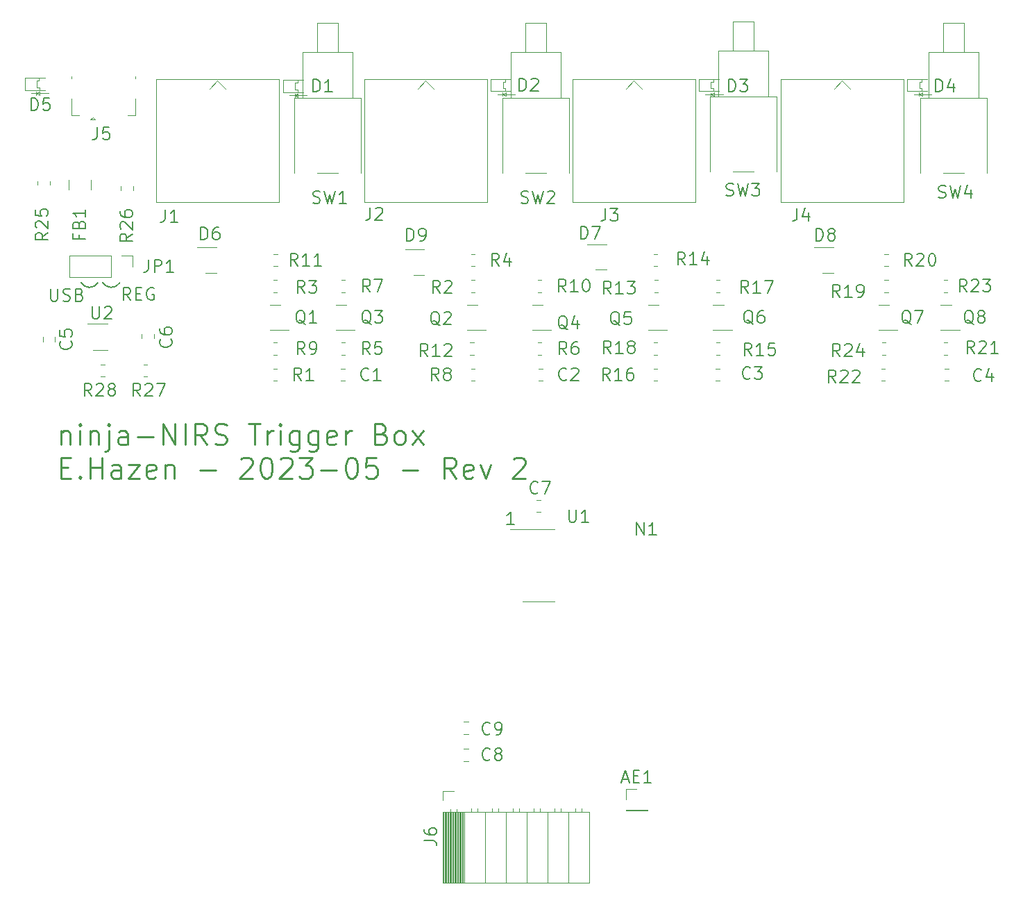
<source format=gbr>
%TF.GenerationSoftware,KiCad,Pcbnew,7.0.5-4d25ed1034~172~ubuntu22.04.1*%
%TF.CreationDate,2023-06-01T08:36:11-04:00*%
%TF.ProjectId,trigger-board,74726967-6765-4722-9d62-6f6172642e6b,rev?*%
%TF.SameCoordinates,Original*%
%TF.FileFunction,Legend,Top*%
%TF.FilePolarity,Positive*%
%FSLAX46Y46*%
G04 Gerber Fmt 4.6, Leading zero omitted, Abs format (unit mm)*
G04 Created by KiCad (PCBNEW 7.0.5-4d25ed1034~172~ubuntu22.04.1) date 2023-06-01 08:36:11*
%MOMM*%
%LPD*%
G01*
G04 APERTURE LIST*
%ADD10C,0.150000*%
%ADD11C,0.203200*%
%ADD12C,0.254000*%
%ADD13C,0.120000*%
%ADD14C,0.100000*%
G04 APERTURE END LIST*
D10*
X37592001Y-67496999D02*
G75*
G03*
X39666793Y-67555698I1055999J628199D01*
G01*
X34919752Y-67496998D02*
G75*
G03*
X36994542Y-67555698I1055998J628198D01*
G01*
D11*
X40991398Y-69652924D02*
X40483398Y-68927210D01*
X40120541Y-69652924D02*
X40120541Y-68128924D01*
X40120541Y-68128924D02*
X40701112Y-68128924D01*
X40701112Y-68128924D02*
X40846255Y-68201495D01*
X40846255Y-68201495D02*
X40918826Y-68274067D01*
X40918826Y-68274067D02*
X40991398Y-68419210D01*
X40991398Y-68419210D02*
X40991398Y-68636924D01*
X40991398Y-68636924D02*
X40918826Y-68782067D01*
X40918826Y-68782067D02*
X40846255Y-68854638D01*
X40846255Y-68854638D02*
X40701112Y-68927210D01*
X40701112Y-68927210D02*
X40120541Y-68927210D01*
X41644541Y-68854638D02*
X42152541Y-68854638D01*
X42370255Y-69652924D02*
X41644541Y-69652924D01*
X41644541Y-69652924D02*
X41644541Y-68128924D01*
X41644541Y-68128924D02*
X42370255Y-68128924D01*
X43821683Y-68201495D02*
X43676541Y-68128924D01*
X43676541Y-68128924D02*
X43458826Y-68128924D01*
X43458826Y-68128924D02*
X43241112Y-68201495D01*
X43241112Y-68201495D02*
X43095969Y-68346638D01*
X43095969Y-68346638D02*
X43023398Y-68491781D01*
X43023398Y-68491781D02*
X42950826Y-68782067D01*
X42950826Y-68782067D02*
X42950826Y-68999781D01*
X42950826Y-68999781D02*
X43023398Y-69290067D01*
X43023398Y-69290067D02*
X43095969Y-69435210D01*
X43095969Y-69435210D02*
X43241112Y-69580353D01*
X43241112Y-69580353D02*
X43458826Y-69652924D01*
X43458826Y-69652924D02*
X43603969Y-69652924D01*
X43603969Y-69652924D02*
X43821683Y-69580353D01*
X43821683Y-69580353D02*
X43894255Y-69507781D01*
X43894255Y-69507781D02*
X43894255Y-68999781D01*
X43894255Y-68999781D02*
X43603969Y-68999781D01*
X87781826Y-96957924D02*
X86910969Y-96957924D01*
X87346398Y-96957924D02*
X87346398Y-95433924D01*
X87346398Y-95433924D02*
X87201255Y-95651638D01*
X87201255Y-95651638D02*
X87056112Y-95796781D01*
X87056112Y-95796781D02*
X86910969Y-95869353D01*
D12*
X32521866Y-85587211D02*
X32521866Y-87280544D01*
X32521866Y-85829115D02*
X32642819Y-85708163D01*
X32642819Y-85708163D02*
X32884724Y-85587211D01*
X32884724Y-85587211D02*
X33247581Y-85587211D01*
X33247581Y-85587211D02*
X33489485Y-85708163D01*
X33489485Y-85708163D02*
X33610438Y-85950068D01*
X33610438Y-85950068D02*
X33610438Y-87280544D01*
X34819961Y-87280544D02*
X34819961Y-85587211D01*
X34819961Y-84740544D02*
X34699009Y-84861496D01*
X34699009Y-84861496D02*
X34819961Y-84982449D01*
X34819961Y-84982449D02*
X34940914Y-84861496D01*
X34940914Y-84861496D02*
X34819961Y-84740544D01*
X34819961Y-84740544D02*
X34819961Y-84982449D01*
X36029485Y-85587211D02*
X36029485Y-87280544D01*
X36029485Y-85829115D02*
X36150438Y-85708163D01*
X36150438Y-85708163D02*
X36392343Y-85587211D01*
X36392343Y-85587211D02*
X36755200Y-85587211D01*
X36755200Y-85587211D02*
X36997104Y-85708163D01*
X36997104Y-85708163D02*
X37118057Y-85950068D01*
X37118057Y-85950068D02*
X37118057Y-87280544D01*
X38327580Y-85587211D02*
X38327580Y-87764353D01*
X38327580Y-87764353D02*
X38206628Y-88006258D01*
X38206628Y-88006258D02*
X37964723Y-88127211D01*
X37964723Y-88127211D02*
X37843771Y-88127211D01*
X38327580Y-84740544D02*
X38206628Y-84861496D01*
X38206628Y-84861496D02*
X38327580Y-84982449D01*
X38327580Y-84982449D02*
X38448533Y-84861496D01*
X38448533Y-84861496D02*
X38327580Y-84740544D01*
X38327580Y-84740544D02*
X38327580Y-84982449D01*
X40625676Y-87280544D02*
X40625676Y-85950068D01*
X40625676Y-85950068D02*
X40504723Y-85708163D01*
X40504723Y-85708163D02*
X40262819Y-85587211D01*
X40262819Y-85587211D02*
X39779009Y-85587211D01*
X39779009Y-85587211D02*
X39537104Y-85708163D01*
X40625676Y-87159592D02*
X40383771Y-87280544D01*
X40383771Y-87280544D02*
X39779009Y-87280544D01*
X39779009Y-87280544D02*
X39537104Y-87159592D01*
X39537104Y-87159592D02*
X39416152Y-86917687D01*
X39416152Y-86917687D02*
X39416152Y-86675782D01*
X39416152Y-86675782D02*
X39537104Y-86433877D01*
X39537104Y-86433877D02*
X39779009Y-86312925D01*
X39779009Y-86312925D02*
X40383771Y-86312925D01*
X40383771Y-86312925D02*
X40625676Y-86191972D01*
X41835199Y-86312925D02*
X43770438Y-86312925D01*
X44979961Y-87280544D02*
X44979961Y-84740544D01*
X44979961Y-84740544D02*
X46431390Y-87280544D01*
X46431390Y-87280544D02*
X46431390Y-84740544D01*
X47640913Y-87280544D02*
X47640913Y-84740544D01*
X50301866Y-87280544D02*
X49455199Y-86071020D01*
X48850437Y-87280544D02*
X48850437Y-84740544D01*
X48850437Y-84740544D02*
X49818056Y-84740544D01*
X49818056Y-84740544D02*
X50059961Y-84861496D01*
X50059961Y-84861496D02*
X50180914Y-84982449D01*
X50180914Y-84982449D02*
X50301866Y-85224353D01*
X50301866Y-85224353D02*
X50301866Y-85587211D01*
X50301866Y-85587211D02*
X50180914Y-85829115D01*
X50180914Y-85829115D02*
X50059961Y-85950068D01*
X50059961Y-85950068D02*
X49818056Y-86071020D01*
X49818056Y-86071020D02*
X48850437Y-86071020D01*
X51269485Y-87159592D02*
X51632342Y-87280544D01*
X51632342Y-87280544D02*
X52237104Y-87280544D01*
X52237104Y-87280544D02*
X52479009Y-87159592D01*
X52479009Y-87159592D02*
X52599961Y-87038639D01*
X52599961Y-87038639D02*
X52720914Y-86796734D01*
X52720914Y-86796734D02*
X52720914Y-86554830D01*
X52720914Y-86554830D02*
X52599961Y-86312925D01*
X52599961Y-86312925D02*
X52479009Y-86191972D01*
X52479009Y-86191972D02*
X52237104Y-86071020D01*
X52237104Y-86071020D02*
X51753295Y-85950068D01*
X51753295Y-85950068D02*
X51511390Y-85829115D01*
X51511390Y-85829115D02*
X51390437Y-85708163D01*
X51390437Y-85708163D02*
X51269485Y-85466258D01*
X51269485Y-85466258D02*
X51269485Y-85224353D01*
X51269485Y-85224353D02*
X51390437Y-84982449D01*
X51390437Y-84982449D02*
X51511390Y-84861496D01*
X51511390Y-84861496D02*
X51753295Y-84740544D01*
X51753295Y-84740544D02*
X52358056Y-84740544D01*
X52358056Y-84740544D02*
X52720914Y-84861496D01*
X55381866Y-84740544D02*
X56833295Y-84740544D01*
X56107581Y-87280544D02*
X56107581Y-84740544D01*
X57679961Y-87280544D02*
X57679961Y-85587211D01*
X57679961Y-86071020D02*
X57800914Y-85829115D01*
X57800914Y-85829115D02*
X57921866Y-85708163D01*
X57921866Y-85708163D02*
X58163771Y-85587211D01*
X58163771Y-85587211D02*
X58405676Y-85587211D01*
X59252342Y-87280544D02*
X59252342Y-85587211D01*
X59252342Y-84740544D02*
X59131390Y-84861496D01*
X59131390Y-84861496D02*
X59252342Y-84982449D01*
X59252342Y-84982449D02*
X59373295Y-84861496D01*
X59373295Y-84861496D02*
X59252342Y-84740544D01*
X59252342Y-84740544D02*
X59252342Y-84982449D01*
X61550438Y-85587211D02*
X61550438Y-87643401D01*
X61550438Y-87643401D02*
X61429485Y-87885306D01*
X61429485Y-87885306D02*
X61308533Y-88006258D01*
X61308533Y-88006258D02*
X61066628Y-88127211D01*
X61066628Y-88127211D02*
X60703771Y-88127211D01*
X60703771Y-88127211D02*
X60461866Y-88006258D01*
X61550438Y-87159592D02*
X61308533Y-87280544D01*
X61308533Y-87280544D02*
X60824724Y-87280544D01*
X60824724Y-87280544D02*
X60582819Y-87159592D01*
X60582819Y-87159592D02*
X60461866Y-87038639D01*
X60461866Y-87038639D02*
X60340914Y-86796734D01*
X60340914Y-86796734D02*
X60340914Y-86071020D01*
X60340914Y-86071020D02*
X60461866Y-85829115D01*
X60461866Y-85829115D02*
X60582819Y-85708163D01*
X60582819Y-85708163D02*
X60824724Y-85587211D01*
X60824724Y-85587211D02*
X61308533Y-85587211D01*
X61308533Y-85587211D02*
X61550438Y-85708163D01*
X63848533Y-85587211D02*
X63848533Y-87643401D01*
X63848533Y-87643401D02*
X63727580Y-87885306D01*
X63727580Y-87885306D02*
X63606628Y-88006258D01*
X63606628Y-88006258D02*
X63364723Y-88127211D01*
X63364723Y-88127211D02*
X63001866Y-88127211D01*
X63001866Y-88127211D02*
X62759961Y-88006258D01*
X63848533Y-87159592D02*
X63606628Y-87280544D01*
X63606628Y-87280544D02*
X63122819Y-87280544D01*
X63122819Y-87280544D02*
X62880914Y-87159592D01*
X62880914Y-87159592D02*
X62759961Y-87038639D01*
X62759961Y-87038639D02*
X62639009Y-86796734D01*
X62639009Y-86796734D02*
X62639009Y-86071020D01*
X62639009Y-86071020D02*
X62759961Y-85829115D01*
X62759961Y-85829115D02*
X62880914Y-85708163D01*
X62880914Y-85708163D02*
X63122819Y-85587211D01*
X63122819Y-85587211D02*
X63606628Y-85587211D01*
X63606628Y-85587211D02*
X63848533Y-85708163D01*
X66025675Y-87159592D02*
X65783771Y-87280544D01*
X65783771Y-87280544D02*
X65299961Y-87280544D01*
X65299961Y-87280544D02*
X65058056Y-87159592D01*
X65058056Y-87159592D02*
X64937104Y-86917687D01*
X64937104Y-86917687D02*
X64937104Y-85950068D01*
X64937104Y-85950068D02*
X65058056Y-85708163D01*
X65058056Y-85708163D02*
X65299961Y-85587211D01*
X65299961Y-85587211D02*
X65783771Y-85587211D01*
X65783771Y-85587211D02*
X66025675Y-85708163D01*
X66025675Y-85708163D02*
X66146628Y-85950068D01*
X66146628Y-85950068D02*
X66146628Y-86191972D01*
X66146628Y-86191972D02*
X64937104Y-86433877D01*
X67235199Y-87280544D02*
X67235199Y-85587211D01*
X67235199Y-86071020D02*
X67356152Y-85829115D01*
X67356152Y-85829115D02*
X67477104Y-85708163D01*
X67477104Y-85708163D02*
X67719009Y-85587211D01*
X67719009Y-85587211D02*
X67960914Y-85587211D01*
X71589485Y-85950068D02*
X71952342Y-86071020D01*
X71952342Y-86071020D02*
X72073295Y-86191972D01*
X72073295Y-86191972D02*
X72194247Y-86433877D01*
X72194247Y-86433877D02*
X72194247Y-86796734D01*
X72194247Y-86796734D02*
X72073295Y-87038639D01*
X72073295Y-87038639D02*
X71952342Y-87159592D01*
X71952342Y-87159592D02*
X71710437Y-87280544D01*
X71710437Y-87280544D02*
X70742818Y-87280544D01*
X70742818Y-87280544D02*
X70742818Y-84740544D01*
X70742818Y-84740544D02*
X71589485Y-84740544D01*
X71589485Y-84740544D02*
X71831390Y-84861496D01*
X71831390Y-84861496D02*
X71952342Y-84982449D01*
X71952342Y-84982449D02*
X72073295Y-85224353D01*
X72073295Y-85224353D02*
X72073295Y-85466258D01*
X72073295Y-85466258D02*
X71952342Y-85708163D01*
X71952342Y-85708163D02*
X71831390Y-85829115D01*
X71831390Y-85829115D02*
X71589485Y-85950068D01*
X71589485Y-85950068D02*
X70742818Y-85950068D01*
X73645676Y-87280544D02*
X73403771Y-87159592D01*
X73403771Y-87159592D02*
X73282818Y-87038639D01*
X73282818Y-87038639D02*
X73161866Y-86796734D01*
X73161866Y-86796734D02*
X73161866Y-86071020D01*
X73161866Y-86071020D02*
X73282818Y-85829115D01*
X73282818Y-85829115D02*
X73403771Y-85708163D01*
X73403771Y-85708163D02*
X73645676Y-85587211D01*
X73645676Y-85587211D02*
X74008533Y-85587211D01*
X74008533Y-85587211D02*
X74250437Y-85708163D01*
X74250437Y-85708163D02*
X74371390Y-85829115D01*
X74371390Y-85829115D02*
X74492342Y-86071020D01*
X74492342Y-86071020D02*
X74492342Y-86796734D01*
X74492342Y-86796734D02*
X74371390Y-87038639D01*
X74371390Y-87038639D02*
X74250437Y-87159592D01*
X74250437Y-87159592D02*
X74008533Y-87280544D01*
X74008533Y-87280544D02*
X73645676Y-87280544D01*
X75339009Y-87280544D02*
X76669485Y-85587211D01*
X75339009Y-85587211D02*
X76669485Y-87280544D01*
X32521866Y-90039468D02*
X33368533Y-90039468D01*
X33731390Y-91369944D02*
X32521866Y-91369944D01*
X32521866Y-91369944D02*
X32521866Y-88829944D01*
X32521866Y-88829944D02*
X33731390Y-88829944D01*
X34819961Y-91128039D02*
X34940914Y-91248992D01*
X34940914Y-91248992D02*
X34819961Y-91369944D01*
X34819961Y-91369944D02*
X34699009Y-91248992D01*
X34699009Y-91248992D02*
X34819961Y-91128039D01*
X34819961Y-91128039D02*
X34819961Y-91369944D01*
X36029485Y-91369944D02*
X36029485Y-88829944D01*
X36029485Y-90039468D02*
X37480914Y-90039468D01*
X37480914Y-91369944D02*
X37480914Y-88829944D01*
X39779009Y-91369944D02*
X39779009Y-90039468D01*
X39779009Y-90039468D02*
X39658056Y-89797563D01*
X39658056Y-89797563D02*
X39416152Y-89676611D01*
X39416152Y-89676611D02*
X38932342Y-89676611D01*
X38932342Y-89676611D02*
X38690437Y-89797563D01*
X39779009Y-91248992D02*
X39537104Y-91369944D01*
X39537104Y-91369944D02*
X38932342Y-91369944D01*
X38932342Y-91369944D02*
X38690437Y-91248992D01*
X38690437Y-91248992D02*
X38569485Y-91007087D01*
X38569485Y-91007087D02*
X38569485Y-90765182D01*
X38569485Y-90765182D02*
X38690437Y-90523277D01*
X38690437Y-90523277D02*
X38932342Y-90402325D01*
X38932342Y-90402325D02*
X39537104Y-90402325D01*
X39537104Y-90402325D02*
X39779009Y-90281372D01*
X40746628Y-89676611D02*
X42077104Y-89676611D01*
X42077104Y-89676611D02*
X40746628Y-91369944D01*
X40746628Y-91369944D02*
X42077104Y-91369944D01*
X44012341Y-91248992D02*
X43770437Y-91369944D01*
X43770437Y-91369944D02*
X43286627Y-91369944D01*
X43286627Y-91369944D02*
X43044722Y-91248992D01*
X43044722Y-91248992D02*
X42923770Y-91007087D01*
X42923770Y-91007087D02*
X42923770Y-90039468D01*
X42923770Y-90039468D02*
X43044722Y-89797563D01*
X43044722Y-89797563D02*
X43286627Y-89676611D01*
X43286627Y-89676611D02*
X43770437Y-89676611D01*
X43770437Y-89676611D02*
X44012341Y-89797563D01*
X44012341Y-89797563D02*
X44133294Y-90039468D01*
X44133294Y-90039468D02*
X44133294Y-90281372D01*
X44133294Y-90281372D02*
X42923770Y-90523277D01*
X45221865Y-89676611D02*
X45221865Y-91369944D01*
X45221865Y-89918515D02*
X45342818Y-89797563D01*
X45342818Y-89797563D02*
X45584723Y-89676611D01*
X45584723Y-89676611D02*
X45947580Y-89676611D01*
X45947580Y-89676611D02*
X46189484Y-89797563D01*
X46189484Y-89797563D02*
X46310437Y-90039468D01*
X46310437Y-90039468D02*
X46310437Y-91369944D01*
X49455198Y-90402325D02*
X51390437Y-90402325D01*
X54414246Y-89071849D02*
X54535198Y-88950896D01*
X54535198Y-88950896D02*
X54777103Y-88829944D01*
X54777103Y-88829944D02*
X55381865Y-88829944D01*
X55381865Y-88829944D02*
X55623770Y-88950896D01*
X55623770Y-88950896D02*
X55744722Y-89071849D01*
X55744722Y-89071849D02*
X55865675Y-89313753D01*
X55865675Y-89313753D02*
X55865675Y-89555658D01*
X55865675Y-89555658D02*
X55744722Y-89918515D01*
X55744722Y-89918515D02*
X54293294Y-91369944D01*
X54293294Y-91369944D02*
X55865675Y-91369944D01*
X57438056Y-88829944D02*
X57679961Y-88829944D01*
X57679961Y-88829944D02*
X57921865Y-88950896D01*
X57921865Y-88950896D02*
X58042818Y-89071849D01*
X58042818Y-89071849D02*
X58163770Y-89313753D01*
X58163770Y-89313753D02*
X58284723Y-89797563D01*
X58284723Y-89797563D02*
X58284723Y-90402325D01*
X58284723Y-90402325D02*
X58163770Y-90886134D01*
X58163770Y-90886134D02*
X58042818Y-91128039D01*
X58042818Y-91128039D02*
X57921865Y-91248992D01*
X57921865Y-91248992D02*
X57679961Y-91369944D01*
X57679961Y-91369944D02*
X57438056Y-91369944D01*
X57438056Y-91369944D02*
X57196151Y-91248992D01*
X57196151Y-91248992D02*
X57075199Y-91128039D01*
X57075199Y-91128039D02*
X56954246Y-90886134D01*
X56954246Y-90886134D02*
X56833294Y-90402325D01*
X56833294Y-90402325D02*
X56833294Y-89797563D01*
X56833294Y-89797563D02*
X56954246Y-89313753D01*
X56954246Y-89313753D02*
X57075199Y-89071849D01*
X57075199Y-89071849D02*
X57196151Y-88950896D01*
X57196151Y-88950896D02*
X57438056Y-88829944D01*
X59252342Y-89071849D02*
X59373294Y-88950896D01*
X59373294Y-88950896D02*
X59615199Y-88829944D01*
X59615199Y-88829944D02*
X60219961Y-88829944D01*
X60219961Y-88829944D02*
X60461866Y-88950896D01*
X60461866Y-88950896D02*
X60582818Y-89071849D01*
X60582818Y-89071849D02*
X60703771Y-89313753D01*
X60703771Y-89313753D02*
X60703771Y-89555658D01*
X60703771Y-89555658D02*
X60582818Y-89918515D01*
X60582818Y-89918515D02*
X59131390Y-91369944D01*
X59131390Y-91369944D02*
X60703771Y-91369944D01*
X61550438Y-88829944D02*
X63122819Y-88829944D01*
X63122819Y-88829944D02*
X62276152Y-89797563D01*
X62276152Y-89797563D02*
X62639009Y-89797563D01*
X62639009Y-89797563D02*
X62880914Y-89918515D01*
X62880914Y-89918515D02*
X63001866Y-90039468D01*
X63001866Y-90039468D02*
X63122819Y-90281372D01*
X63122819Y-90281372D02*
X63122819Y-90886134D01*
X63122819Y-90886134D02*
X63001866Y-91128039D01*
X63001866Y-91128039D02*
X62880914Y-91248992D01*
X62880914Y-91248992D02*
X62639009Y-91369944D01*
X62639009Y-91369944D02*
X61913295Y-91369944D01*
X61913295Y-91369944D02*
X61671390Y-91248992D01*
X61671390Y-91248992D02*
X61550438Y-91128039D01*
X64211390Y-90402325D02*
X66146629Y-90402325D01*
X67839962Y-88829944D02*
X68081867Y-88829944D01*
X68081867Y-88829944D02*
X68323771Y-88950896D01*
X68323771Y-88950896D02*
X68444724Y-89071849D01*
X68444724Y-89071849D02*
X68565676Y-89313753D01*
X68565676Y-89313753D02*
X68686629Y-89797563D01*
X68686629Y-89797563D02*
X68686629Y-90402325D01*
X68686629Y-90402325D02*
X68565676Y-90886134D01*
X68565676Y-90886134D02*
X68444724Y-91128039D01*
X68444724Y-91128039D02*
X68323771Y-91248992D01*
X68323771Y-91248992D02*
X68081867Y-91369944D01*
X68081867Y-91369944D02*
X67839962Y-91369944D01*
X67839962Y-91369944D02*
X67598057Y-91248992D01*
X67598057Y-91248992D02*
X67477105Y-91128039D01*
X67477105Y-91128039D02*
X67356152Y-90886134D01*
X67356152Y-90886134D02*
X67235200Y-90402325D01*
X67235200Y-90402325D02*
X67235200Y-89797563D01*
X67235200Y-89797563D02*
X67356152Y-89313753D01*
X67356152Y-89313753D02*
X67477105Y-89071849D01*
X67477105Y-89071849D02*
X67598057Y-88950896D01*
X67598057Y-88950896D02*
X67839962Y-88829944D01*
X70984724Y-88829944D02*
X69775200Y-88829944D01*
X69775200Y-88829944D02*
X69654248Y-90039468D01*
X69654248Y-90039468D02*
X69775200Y-89918515D01*
X69775200Y-89918515D02*
X70017105Y-89797563D01*
X70017105Y-89797563D02*
X70621867Y-89797563D01*
X70621867Y-89797563D02*
X70863772Y-89918515D01*
X70863772Y-89918515D02*
X70984724Y-90039468D01*
X70984724Y-90039468D02*
X71105677Y-90281372D01*
X71105677Y-90281372D02*
X71105677Y-90886134D01*
X71105677Y-90886134D02*
X70984724Y-91128039D01*
X70984724Y-91128039D02*
X70863772Y-91248992D01*
X70863772Y-91248992D02*
X70621867Y-91369944D01*
X70621867Y-91369944D02*
X70017105Y-91369944D01*
X70017105Y-91369944D02*
X69775200Y-91248992D01*
X69775200Y-91248992D02*
X69654248Y-91128039D01*
X74129486Y-90402325D02*
X76064725Y-90402325D01*
X80660915Y-91369944D02*
X79814248Y-90160420D01*
X79209486Y-91369944D02*
X79209486Y-88829944D01*
X79209486Y-88829944D02*
X80177105Y-88829944D01*
X80177105Y-88829944D02*
X80419010Y-88950896D01*
X80419010Y-88950896D02*
X80539963Y-89071849D01*
X80539963Y-89071849D02*
X80660915Y-89313753D01*
X80660915Y-89313753D02*
X80660915Y-89676611D01*
X80660915Y-89676611D02*
X80539963Y-89918515D01*
X80539963Y-89918515D02*
X80419010Y-90039468D01*
X80419010Y-90039468D02*
X80177105Y-90160420D01*
X80177105Y-90160420D02*
X79209486Y-90160420D01*
X82717105Y-91248992D02*
X82475201Y-91369944D01*
X82475201Y-91369944D02*
X81991391Y-91369944D01*
X81991391Y-91369944D02*
X81749486Y-91248992D01*
X81749486Y-91248992D02*
X81628534Y-91007087D01*
X81628534Y-91007087D02*
X81628534Y-90039468D01*
X81628534Y-90039468D02*
X81749486Y-89797563D01*
X81749486Y-89797563D02*
X81991391Y-89676611D01*
X81991391Y-89676611D02*
X82475201Y-89676611D01*
X82475201Y-89676611D02*
X82717105Y-89797563D01*
X82717105Y-89797563D02*
X82838058Y-90039468D01*
X82838058Y-90039468D02*
X82838058Y-90281372D01*
X82838058Y-90281372D02*
X81628534Y-90523277D01*
X83684725Y-89676611D02*
X84289487Y-91369944D01*
X84289487Y-91369944D02*
X84894248Y-89676611D01*
X87676153Y-89071849D02*
X87797105Y-88950896D01*
X87797105Y-88950896D02*
X88039010Y-88829944D01*
X88039010Y-88829944D02*
X88643772Y-88829944D01*
X88643772Y-88829944D02*
X88885677Y-88950896D01*
X88885677Y-88950896D02*
X89006629Y-89071849D01*
X89006629Y-89071849D02*
X89127582Y-89313753D01*
X89127582Y-89313753D02*
X89127582Y-89555658D01*
X89127582Y-89555658D02*
X89006629Y-89918515D01*
X89006629Y-89918515D02*
X87555201Y-91369944D01*
X87555201Y-91369944D02*
X89127582Y-91369944D01*
D11*
X31230541Y-68255924D02*
X31230541Y-69489638D01*
X31230541Y-69489638D02*
X31303112Y-69634781D01*
X31303112Y-69634781D02*
X31375684Y-69707353D01*
X31375684Y-69707353D02*
X31520826Y-69779924D01*
X31520826Y-69779924D02*
X31811112Y-69779924D01*
X31811112Y-69779924D02*
X31956255Y-69707353D01*
X31956255Y-69707353D02*
X32028826Y-69634781D01*
X32028826Y-69634781D02*
X32101398Y-69489638D01*
X32101398Y-69489638D02*
X32101398Y-68255924D01*
X32754540Y-69707353D02*
X32972255Y-69779924D01*
X32972255Y-69779924D02*
X33335112Y-69779924D01*
X33335112Y-69779924D02*
X33480255Y-69707353D01*
X33480255Y-69707353D02*
X33552826Y-69634781D01*
X33552826Y-69634781D02*
X33625397Y-69489638D01*
X33625397Y-69489638D02*
X33625397Y-69344495D01*
X33625397Y-69344495D02*
X33552826Y-69199353D01*
X33552826Y-69199353D02*
X33480255Y-69126781D01*
X33480255Y-69126781D02*
X33335112Y-69054210D01*
X33335112Y-69054210D02*
X33044826Y-68981638D01*
X33044826Y-68981638D02*
X32899683Y-68909067D01*
X32899683Y-68909067D02*
X32827112Y-68836495D01*
X32827112Y-68836495D02*
X32754540Y-68691353D01*
X32754540Y-68691353D02*
X32754540Y-68546210D01*
X32754540Y-68546210D02*
X32827112Y-68401067D01*
X32827112Y-68401067D02*
X32899683Y-68328495D01*
X32899683Y-68328495D02*
X33044826Y-68255924D01*
X33044826Y-68255924D02*
X33407683Y-68255924D01*
X33407683Y-68255924D02*
X33625397Y-68328495D01*
X34786541Y-68981638D02*
X35004255Y-69054210D01*
X35004255Y-69054210D02*
X35076826Y-69126781D01*
X35076826Y-69126781D02*
X35149398Y-69271924D01*
X35149398Y-69271924D02*
X35149398Y-69489638D01*
X35149398Y-69489638D02*
X35076826Y-69634781D01*
X35076826Y-69634781D02*
X35004255Y-69707353D01*
X35004255Y-69707353D02*
X34859112Y-69779924D01*
X34859112Y-69779924D02*
X34278541Y-69779924D01*
X34278541Y-69779924D02*
X34278541Y-68255924D01*
X34278541Y-68255924D02*
X34786541Y-68255924D01*
X34786541Y-68255924D02*
X34931684Y-68328495D01*
X34931684Y-68328495D02*
X35004255Y-68401067D01*
X35004255Y-68401067D02*
X35076826Y-68546210D01*
X35076826Y-68546210D02*
X35076826Y-68691353D01*
X35076826Y-68691353D02*
X35004255Y-68836495D01*
X35004255Y-68836495D02*
X34931684Y-68909067D01*
X34931684Y-68909067D02*
X34786541Y-68981638D01*
X34786541Y-68981638D02*
X34278541Y-68981638D01*
%TO.C,R25*%
X30920464Y-61431714D02*
X30194750Y-61939714D01*
X30920464Y-62302571D02*
X29396464Y-62302571D01*
X29396464Y-62302571D02*
X29396464Y-61722000D01*
X29396464Y-61722000D02*
X29469035Y-61576857D01*
X29469035Y-61576857D02*
X29541607Y-61504286D01*
X29541607Y-61504286D02*
X29686750Y-61431714D01*
X29686750Y-61431714D02*
X29904464Y-61431714D01*
X29904464Y-61431714D02*
X30049607Y-61504286D01*
X30049607Y-61504286D02*
X30122178Y-61576857D01*
X30122178Y-61576857D02*
X30194750Y-61722000D01*
X30194750Y-61722000D02*
X30194750Y-62302571D01*
X29541607Y-60851143D02*
X29469035Y-60778571D01*
X29469035Y-60778571D02*
X29396464Y-60633429D01*
X29396464Y-60633429D02*
X29396464Y-60270571D01*
X29396464Y-60270571D02*
X29469035Y-60125429D01*
X29469035Y-60125429D02*
X29541607Y-60052857D01*
X29541607Y-60052857D02*
X29686750Y-59980286D01*
X29686750Y-59980286D02*
X29831893Y-59980286D01*
X29831893Y-59980286D02*
X30049607Y-60052857D01*
X30049607Y-60052857D02*
X30920464Y-60923714D01*
X30920464Y-60923714D02*
X30920464Y-59980286D01*
X29396464Y-58601428D02*
X29396464Y-59327142D01*
X29396464Y-59327142D02*
X30122178Y-59399714D01*
X30122178Y-59399714D02*
X30049607Y-59327142D01*
X30049607Y-59327142D02*
X29977035Y-59182000D01*
X29977035Y-59182000D02*
X29977035Y-58819142D01*
X29977035Y-58819142D02*
X30049607Y-58674000D01*
X30049607Y-58674000D02*
X30122178Y-58601428D01*
X30122178Y-58601428D02*
X30267321Y-58528857D01*
X30267321Y-58528857D02*
X30630178Y-58528857D01*
X30630178Y-58528857D02*
X30775321Y-58601428D01*
X30775321Y-58601428D02*
X30847893Y-58674000D01*
X30847893Y-58674000D02*
X30920464Y-58819142D01*
X30920464Y-58819142D02*
X30920464Y-59182000D01*
X30920464Y-59182000D02*
X30847893Y-59327142D01*
X30847893Y-59327142D02*
X30775321Y-59399714D01*
%TO.C,SW1*%
X63245999Y-57771893D02*
X63463714Y-57844464D01*
X63463714Y-57844464D02*
X63826571Y-57844464D01*
X63826571Y-57844464D02*
X63971714Y-57771893D01*
X63971714Y-57771893D02*
X64044285Y-57699321D01*
X64044285Y-57699321D02*
X64116856Y-57554178D01*
X64116856Y-57554178D02*
X64116856Y-57409035D01*
X64116856Y-57409035D02*
X64044285Y-57263893D01*
X64044285Y-57263893D02*
X63971714Y-57191321D01*
X63971714Y-57191321D02*
X63826571Y-57118750D01*
X63826571Y-57118750D02*
X63536285Y-57046178D01*
X63536285Y-57046178D02*
X63391142Y-56973607D01*
X63391142Y-56973607D02*
X63318571Y-56901035D01*
X63318571Y-56901035D02*
X63245999Y-56755893D01*
X63245999Y-56755893D02*
X63245999Y-56610750D01*
X63245999Y-56610750D02*
X63318571Y-56465607D01*
X63318571Y-56465607D02*
X63391142Y-56393035D01*
X63391142Y-56393035D02*
X63536285Y-56320464D01*
X63536285Y-56320464D02*
X63899142Y-56320464D01*
X63899142Y-56320464D02*
X64116856Y-56393035D01*
X64624857Y-56320464D02*
X64987714Y-57844464D01*
X64987714Y-57844464D02*
X65278000Y-56755893D01*
X65278000Y-56755893D02*
X65568285Y-57844464D01*
X65568285Y-57844464D02*
X65931143Y-56320464D01*
X67309999Y-57844464D02*
X66439142Y-57844464D01*
X66874571Y-57844464D02*
X66874571Y-56320464D01*
X66874571Y-56320464D02*
X66729428Y-56538178D01*
X66729428Y-56538178D02*
X66584285Y-56683321D01*
X66584285Y-56683321D02*
X66439142Y-56755893D01*
%TO.C,R21*%
X143927285Y-76132464D02*
X143419285Y-75406750D01*
X143056428Y-76132464D02*
X143056428Y-74608464D01*
X143056428Y-74608464D02*
X143636999Y-74608464D01*
X143636999Y-74608464D02*
X143782142Y-74681035D01*
X143782142Y-74681035D02*
X143854713Y-74753607D01*
X143854713Y-74753607D02*
X143927285Y-74898750D01*
X143927285Y-74898750D02*
X143927285Y-75116464D01*
X143927285Y-75116464D02*
X143854713Y-75261607D01*
X143854713Y-75261607D02*
X143782142Y-75334178D01*
X143782142Y-75334178D02*
X143636999Y-75406750D01*
X143636999Y-75406750D02*
X143056428Y-75406750D01*
X144507856Y-74753607D02*
X144580428Y-74681035D01*
X144580428Y-74681035D02*
X144725571Y-74608464D01*
X144725571Y-74608464D02*
X145088428Y-74608464D01*
X145088428Y-74608464D02*
X145233571Y-74681035D01*
X145233571Y-74681035D02*
X145306142Y-74753607D01*
X145306142Y-74753607D02*
X145378713Y-74898750D01*
X145378713Y-74898750D02*
X145378713Y-75043893D01*
X145378713Y-75043893D02*
X145306142Y-75261607D01*
X145306142Y-75261607D02*
X144435285Y-76132464D01*
X144435285Y-76132464D02*
X145378713Y-76132464D01*
X146830142Y-76132464D02*
X145959285Y-76132464D01*
X146394714Y-76132464D02*
X146394714Y-74608464D01*
X146394714Y-74608464D02*
X146249571Y-74826178D01*
X146249571Y-74826178D02*
X146104428Y-74971321D01*
X146104428Y-74971321D02*
X145959285Y-75043893D01*
%TO.C,R1*%
X61849000Y-79434464D02*
X61341000Y-78708750D01*
X60978143Y-79434464D02*
X60978143Y-77910464D01*
X60978143Y-77910464D02*
X61558714Y-77910464D01*
X61558714Y-77910464D02*
X61703857Y-77983035D01*
X61703857Y-77983035D02*
X61776428Y-78055607D01*
X61776428Y-78055607D02*
X61849000Y-78200750D01*
X61849000Y-78200750D02*
X61849000Y-78418464D01*
X61849000Y-78418464D02*
X61776428Y-78563607D01*
X61776428Y-78563607D02*
X61703857Y-78636178D01*
X61703857Y-78636178D02*
X61558714Y-78708750D01*
X61558714Y-78708750D02*
X60978143Y-78708750D01*
X63300428Y-79434464D02*
X62429571Y-79434464D01*
X62865000Y-79434464D02*
X62865000Y-77910464D01*
X62865000Y-77910464D02*
X62719857Y-78128178D01*
X62719857Y-78128178D02*
X62574714Y-78273321D01*
X62574714Y-78273321D02*
X62429571Y-78345893D01*
%TO.C,R8*%
X78613000Y-79434464D02*
X78105000Y-78708750D01*
X77742143Y-79434464D02*
X77742143Y-77910464D01*
X77742143Y-77910464D02*
X78322714Y-77910464D01*
X78322714Y-77910464D02*
X78467857Y-77983035D01*
X78467857Y-77983035D02*
X78540428Y-78055607D01*
X78540428Y-78055607D02*
X78613000Y-78200750D01*
X78613000Y-78200750D02*
X78613000Y-78418464D01*
X78613000Y-78418464D02*
X78540428Y-78563607D01*
X78540428Y-78563607D02*
X78467857Y-78636178D01*
X78467857Y-78636178D02*
X78322714Y-78708750D01*
X78322714Y-78708750D02*
X77742143Y-78708750D01*
X79483857Y-78563607D02*
X79338714Y-78491035D01*
X79338714Y-78491035D02*
X79266143Y-78418464D01*
X79266143Y-78418464D02*
X79193571Y-78273321D01*
X79193571Y-78273321D02*
X79193571Y-78200750D01*
X79193571Y-78200750D02*
X79266143Y-78055607D01*
X79266143Y-78055607D02*
X79338714Y-77983035D01*
X79338714Y-77983035D02*
X79483857Y-77910464D01*
X79483857Y-77910464D02*
X79774143Y-77910464D01*
X79774143Y-77910464D02*
X79919286Y-77983035D01*
X79919286Y-77983035D02*
X79991857Y-78055607D01*
X79991857Y-78055607D02*
X80064428Y-78200750D01*
X80064428Y-78200750D02*
X80064428Y-78273321D01*
X80064428Y-78273321D02*
X79991857Y-78418464D01*
X79991857Y-78418464D02*
X79919286Y-78491035D01*
X79919286Y-78491035D02*
X79774143Y-78563607D01*
X79774143Y-78563607D02*
X79483857Y-78563607D01*
X79483857Y-78563607D02*
X79338714Y-78636178D01*
X79338714Y-78636178D02*
X79266143Y-78708750D01*
X79266143Y-78708750D02*
X79193571Y-78853893D01*
X79193571Y-78853893D02*
X79193571Y-79144178D01*
X79193571Y-79144178D02*
X79266143Y-79289321D01*
X79266143Y-79289321D02*
X79338714Y-79361893D01*
X79338714Y-79361893D02*
X79483857Y-79434464D01*
X79483857Y-79434464D02*
X79774143Y-79434464D01*
X79774143Y-79434464D02*
X79919286Y-79361893D01*
X79919286Y-79361893D02*
X79991857Y-79289321D01*
X79991857Y-79289321D02*
X80064428Y-79144178D01*
X80064428Y-79144178D02*
X80064428Y-78853893D01*
X80064428Y-78853893D02*
X79991857Y-78708750D01*
X79991857Y-78708750D02*
X79919286Y-78636178D01*
X79919286Y-78636178D02*
X79774143Y-78563607D01*
%TO.C,J6*%
X76801464Y-135495800D02*
X77890035Y-135495800D01*
X77890035Y-135495800D02*
X78107750Y-135568371D01*
X78107750Y-135568371D02*
X78252893Y-135713514D01*
X78252893Y-135713514D02*
X78325464Y-135931228D01*
X78325464Y-135931228D02*
X78325464Y-136076371D01*
X76801464Y-134116943D02*
X76801464Y-134407228D01*
X76801464Y-134407228D02*
X76874035Y-134552371D01*
X76874035Y-134552371D02*
X76946607Y-134624943D01*
X76946607Y-134624943D02*
X77164321Y-134770085D01*
X77164321Y-134770085D02*
X77454607Y-134842657D01*
X77454607Y-134842657D02*
X78035178Y-134842657D01*
X78035178Y-134842657D02*
X78180321Y-134770085D01*
X78180321Y-134770085D02*
X78252893Y-134697514D01*
X78252893Y-134697514D02*
X78325464Y-134552371D01*
X78325464Y-134552371D02*
X78325464Y-134262085D01*
X78325464Y-134262085D02*
X78252893Y-134116943D01*
X78252893Y-134116943D02*
X78180321Y-134044371D01*
X78180321Y-134044371D02*
X78035178Y-133971800D01*
X78035178Y-133971800D02*
X77672321Y-133971800D01*
X77672321Y-133971800D02*
X77527178Y-134044371D01*
X77527178Y-134044371D02*
X77454607Y-134116943D01*
X77454607Y-134116943D02*
X77382035Y-134262085D01*
X77382035Y-134262085D02*
X77382035Y-134552371D01*
X77382035Y-134552371D02*
X77454607Y-134697514D01*
X77454607Y-134697514D02*
X77527178Y-134770085D01*
X77527178Y-134770085D02*
X77672321Y-134842657D01*
%TO.C,R15*%
X116749285Y-76386464D02*
X116241285Y-75660750D01*
X115878428Y-76386464D02*
X115878428Y-74862464D01*
X115878428Y-74862464D02*
X116458999Y-74862464D01*
X116458999Y-74862464D02*
X116604142Y-74935035D01*
X116604142Y-74935035D02*
X116676713Y-75007607D01*
X116676713Y-75007607D02*
X116749285Y-75152750D01*
X116749285Y-75152750D02*
X116749285Y-75370464D01*
X116749285Y-75370464D02*
X116676713Y-75515607D01*
X116676713Y-75515607D02*
X116604142Y-75588178D01*
X116604142Y-75588178D02*
X116458999Y-75660750D01*
X116458999Y-75660750D02*
X115878428Y-75660750D01*
X118200713Y-76386464D02*
X117329856Y-76386464D01*
X117765285Y-76386464D02*
X117765285Y-74862464D01*
X117765285Y-74862464D02*
X117620142Y-75080178D01*
X117620142Y-75080178D02*
X117474999Y-75225321D01*
X117474999Y-75225321D02*
X117329856Y-75297893D01*
X119579571Y-74862464D02*
X118853857Y-74862464D01*
X118853857Y-74862464D02*
X118781285Y-75588178D01*
X118781285Y-75588178D02*
X118853857Y-75515607D01*
X118853857Y-75515607D02*
X118999000Y-75443035D01*
X118999000Y-75443035D02*
X119361857Y-75443035D01*
X119361857Y-75443035D02*
X119507000Y-75515607D01*
X119507000Y-75515607D02*
X119579571Y-75588178D01*
X119579571Y-75588178D02*
X119652142Y-75733321D01*
X119652142Y-75733321D02*
X119652142Y-76096178D01*
X119652142Y-76096178D02*
X119579571Y-76241321D01*
X119579571Y-76241321D02*
X119507000Y-76313893D01*
X119507000Y-76313893D02*
X119361857Y-76386464D01*
X119361857Y-76386464D02*
X118999000Y-76386464D01*
X118999000Y-76386464D02*
X118853857Y-76313893D01*
X118853857Y-76313893D02*
X118781285Y-76241321D01*
%TO.C,C1*%
X70061000Y-79289321D02*
X69988428Y-79361893D01*
X69988428Y-79361893D02*
X69770714Y-79434464D01*
X69770714Y-79434464D02*
X69625571Y-79434464D01*
X69625571Y-79434464D02*
X69407857Y-79361893D01*
X69407857Y-79361893D02*
X69262714Y-79216750D01*
X69262714Y-79216750D02*
X69190143Y-79071607D01*
X69190143Y-79071607D02*
X69117571Y-78781321D01*
X69117571Y-78781321D02*
X69117571Y-78563607D01*
X69117571Y-78563607D02*
X69190143Y-78273321D01*
X69190143Y-78273321D02*
X69262714Y-78128178D01*
X69262714Y-78128178D02*
X69407857Y-77983035D01*
X69407857Y-77983035D02*
X69625571Y-77910464D01*
X69625571Y-77910464D02*
X69770714Y-77910464D01*
X69770714Y-77910464D02*
X69988428Y-77983035D01*
X69988428Y-77983035D02*
X70061000Y-78055607D01*
X71512428Y-79434464D02*
X70641571Y-79434464D01*
X71077000Y-79434464D02*
X71077000Y-77910464D01*
X71077000Y-77910464D02*
X70931857Y-78128178D01*
X70931857Y-78128178D02*
X70786714Y-78273321D01*
X70786714Y-78273321D02*
X70641571Y-78345893D01*
%TO.C,Q2*%
X78721857Y-72721607D02*
X78576714Y-72649035D01*
X78576714Y-72649035D02*
X78431571Y-72503893D01*
X78431571Y-72503893D02*
X78213857Y-72286178D01*
X78213857Y-72286178D02*
X78068714Y-72213607D01*
X78068714Y-72213607D02*
X77923571Y-72213607D01*
X77996142Y-72576464D02*
X77851000Y-72503893D01*
X77851000Y-72503893D02*
X77705857Y-72358750D01*
X77705857Y-72358750D02*
X77633285Y-72068464D01*
X77633285Y-72068464D02*
X77633285Y-71560464D01*
X77633285Y-71560464D02*
X77705857Y-71270178D01*
X77705857Y-71270178D02*
X77851000Y-71125035D01*
X77851000Y-71125035D02*
X77996142Y-71052464D01*
X77996142Y-71052464D02*
X78286428Y-71052464D01*
X78286428Y-71052464D02*
X78431571Y-71125035D01*
X78431571Y-71125035D02*
X78576714Y-71270178D01*
X78576714Y-71270178D02*
X78649285Y-71560464D01*
X78649285Y-71560464D02*
X78649285Y-72068464D01*
X78649285Y-72068464D02*
X78576714Y-72358750D01*
X78576714Y-72358750D02*
X78431571Y-72503893D01*
X78431571Y-72503893D02*
X78286428Y-72576464D01*
X78286428Y-72576464D02*
X77996142Y-72576464D01*
X79229856Y-71197607D02*
X79302428Y-71125035D01*
X79302428Y-71125035D02*
X79447571Y-71052464D01*
X79447571Y-71052464D02*
X79810428Y-71052464D01*
X79810428Y-71052464D02*
X79955571Y-71125035D01*
X79955571Y-71125035D02*
X80028142Y-71197607D01*
X80028142Y-71197607D02*
X80100713Y-71342750D01*
X80100713Y-71342750D02*
X80100713Y-71487893D01*
X80100713Y-71487893D02*
X80028142Y-71705607D01*
X80028142Y-71705607D02*
X79157285Y-72576464D01*
X79157285Y-72576464D02*
X80100713Y-72576464D01*
%TO.C,Q3*%
X70339857Y-72594607D02*
X70194714Y-72522035D01*
X70194714Y-72522035D02*
X70049571Y-72376893D01*
X70049571Y-72376893D02*
X69831857Y-72159178D01*
X69831857Y-72159178D02*
X69686714Y-72086607D01*
X69686714Y-72086607D02*
X69541571Y-72086607D01*
X69614142Y-72449464D02*
X69469000Y-72376893D01*
X69469000Y-72376893D02*
X69323857Y-72231750D01*
X69323857Y-72231750D02*
X69251285Y-71941464D01*
X69251285Y-71941464D02*
X69251285Y-71433464D01*
X69251285Y-71433464D02*
X69323857Y-71143178D01*
X69323857Y-71143178D02*
X69469000Y-70998035D01*
X69469000Y-70998035D02*
X69614142Y-70925464D01*
X69614142Y-70925464D02*
X69904428Y-70925464D01*
X69904428Y-70925464D02*
X70049571Y-70998035D01*
X70049571Y-70998035D02*
X70194714Y-71143178D01*
X70194714Y-71143178D02*
X70267285Y-71433464D01*
X70267285Y-71433464D02*
X70267285Y-71941464D01*
X70267285Y-71941464D02*
X70194714Y-72231750D01*
X70194714Y-72231750D02*
X70049571Y-72376893D01*
X70049571Y-72376893D02*
X69904428Y-72449464D01*
X69904428Y-72449464D02*
X69614142Y-72449464D01*
X70775285Y-70925464D02*
X71718713Y-70925464D01*
X71718713Y-70925464D02*
X71210713Y-71506035D01*
X71210713Y-71506035D02*
X71428428Y-71506035D01*
X71428428Y-71506035D02*
X71573571Y-71578607D01*
X71573571Y-71578607D02*
X71646142Y-71651178D01*
X71646142Y-71651178D02*
X71718713Y-71796321D01*
X71718713Y-71796321D02*
X71718713Y-72159178D01*
X71718713Y-72159178D02*
X71646142Y-72304321D01*
X71646142Y-72304321D02*
X71573571Y-72376893D01*
X71573571Y-72376893D02*
X71428428Y-72449464D01*
X71428428Y-72449464D02*
X70992999Y-72449464D01*
X70992999Y-72449464D02*
X70847856Y-72376893D01*
X70847856Y-72376893D02*
X70775285Y-72304321D01*
%TO.C,R3*%
X62230000Y-68766464D02*
X61722000Y-68040750D01*
X61359143Y-68766464D02*
X61359143Y-67242464D01*
X61359143Y-67242464D02*
X61939714Y-67242464D01*
X61939714Y-67242464D02*
X62084857Y-67315035D01*
X62084857Y-67315035D02*
X62157428Y-67387607D01*
X62157428Y-67387607D02*
X62230000Y-67532750D01*
X62230000Y-67532750D02*
X62230000Y-67750464D01*
X62230000Y-67750464D02*
X62157428Y-67895607D01*
X62157428Y-67895607D02*
X62084857Y-67968178D01*
X62084857Y-67968178D02*
X61939714Y-68040750D01*
X61939714Y-68040750D02*
X61359143Y-68040750D01*
X62738000Y-67242464D02*
X63681428Y-67242464D01*
X63681428Y-67242464D02*
X63173428Y-67823035D01*
X63173428Y-67823035D02*
X63391143Y-67823035D01*
X63391143Y-67823035D02*
X63536286Y-67895607D01*
X63536286Y-67895607D02*
X63608857Y-67968178D01*
X63608857Y-67968178D02*
X63681428Y-68113321D01*
X63681428Y-68113321D02*
X63681428Y-68476178D01*
X63681428Y-68476178D02*
X63608857Y-68621321D01*
X63608857Y-68621321D02*
X63536286Y-68693893D01*
X63536286Y-68693893D02*
X63391143Y-68766464D01*
X63391143Y-68766464D02*
X62955714Y-68766464D01*
X62955714Y-68766464D02*
X62810571Y-68693893D01*
X62810571Y-68693893D02*
X62738000Y-68621321D01*
%TO.C,R6*%
X94191000Y-76259464D02*
X93683000Y-75533750D01*
X93320143Y-76259464D02*
X93320143Y-74735464D01*
X93320143Y-74735464D02*
X93900714Y-74735464D01*
X93900714Y-74735464D02*
X94045857Y-74808035D01*
X94045857Y-74808035D02*
X94118428Y-74880607D01*
X94118428Y-74880607D02*
X94191000Y-75025750D01*
X94191000Y-75025750D02*
X94191000Y-75243464D01*
X94191000Y-75243464D02*
X94118428Y-75388607D01*
X94118428Y-75388607D02*
X94045857Y-75461178D01*
X94045857Y-75461178D02*
X93900714Y-75533750D01*
X93900714Y-75533750D02*
X93320143Y-75533750D01*
X95497286Y-74735464D02*
X95207000Y-74735464D01*
X95207000Y-74735464D02*
X95061857Y-74808035D01*
X95061857Y-74808035D02*
X94989286Y-74880607D01*
X94989286Y-74880607D02*
X94844143Y-75098321D01*
X94844143Y-75098321D02*
X94771571Y-75388607D01*
X94771571Y-75388607D02*
X94771571Y-75969178D01*
X94771571Y-75969178D02*
X94844143Y-76114321D01*
X94844143Y-76114321D02*
X94916714Y-76186893D01*
X94916714Y-76186893D02*
X95061857Y-76259464D01*
X95061857Y-76259464D02*
X95352143Y-76259464D01*
X95352143Y-76259464D02*
X95497286Y-76186893D01*
X95497286Y-76186893D02*
X95569857Y-76114321D01*
X95569857Y-76114321D02*
X95642428Y-75969178D01*
X95642428Y-75969178D02*
X95642428Y-75606321D01*
X95642428Y-75606321D02*
X95569857Y-75461178D01*
X95569857Y-75461178D02*
X95497286Y-75388607D01*
X95497286Y-75388607D02*
X95352143Y-75316035D01*
X95352143Y-75316035D02*
X95061857Y-75316035D01*
X95061857Y-75316035D02*
X94916714Y-75388607D01*
X94916714Y-75388607D02*
X94844143Y-75461178D01*
X94844143Y-75461178D02*
X94771571Y-75606321D01*
%TO.C,R10*%
X94100285Y-68639464D02*
X93592285Y-67913750D01*
X93229428Y-68639464D02*
X93229428Y-67115464D01*
X93229428Y-67115464D02*
X93809999Y-67115464D01*
X93809999Y-67115464D02*
X93955142Y-67188035D01*
X93955142Y-67188035D02*
X94027713Y-67260607D01*
X94027713Y-67260607D02*
X94100285Y-67405750D01*
X94100285Y-67405750D02*
X94100285Y-67623464D01*
X94100285Y-67623464D02*
X94027713Y-67768607D01*
X94027713Y-67768607D02*
X93955142Y-67841178D01*
X93955142Y-67841178D02*
X93809999Y-67913750D01*
X93809999Y-67913750D02*
X93229428Y-67913750D01*
X95551713Y-68639464D02*
X94680856Y-68639464D01*
X95116285Y-68639464D02*
X95116285Y-67115464D01*
X95116285Y-67115464D02*
X94971142Y-67333178D01*
X94971142Y-67333178D02*
X94825999Y-67478321D01*
X94825999Y-67478321D02*
X94680856Y-67550893D01*
X96495142Y-67115464D02*
X96640285Y-67115464D01*
X96640285Y-67115464D02*
X96785428Y-67188035D01*
X96785428Y-67188035D02*
X96858000Y-67260607D01*
X96858000Y-67260607D02*
X96930571Y-67405750D01*
X96930571Y-67405750D02*
X97003142Y-67696035D01*
X97003142Y-67696035D02*
X97003142Y-68058893D01*
X97003142Y-68058893D02*
X96930571Y-68349178D01*
X96930571Y-68349178D02*
X96858000Y-68494321D01*
X96858000Y-68494321D02*
X96785428Y-68566893D01*
X96785428Y-68566893D02*
X96640285Y-68639464D01*
X96640285Y-68639464D02*
X96495142Y-68639464D01*
X96495142Y-68639464D02*
X96350000Y-68566893D01*
X96350000Y-68566893D02*
X96277428Y-68494321D01*
X96277428Y-68494321D02*
X96204857Y-68349178D01*
X96204857Y-68349178D02*
X96132285Y-68058893D01*
X96132285Y-68058893D02*
X96132285Y-67696035D01*
X96132285Y-67696035D02*
X96204857Y-67405750D01*
X96204857Y-67405750D02*
X96277428Y-67260607D01*
X96277428Y-67260607D02*
X96350000Y-67188035D01*
X96350000Y-67188035D02*
X96495142Y-67115464D01*
%TO.C,J5*%
X36943999Y-48572664D02*
X36943999Y-49661235D01*
X36943999Y-49661235D02*
X36871428Y-49878950D01*
X36871428Y-49878950D02*
X36726285Y-50024093D01*
X36726285Y-50024093D02*
X36508571Y-50096664D01*
X36508571Y-50096664D02*
X36363428Y-50096664D01*
X38395428Y-48572664D02*
X37669714Y-48572664D01*
X37669714Y-48572664D02*
X37597142Y-49298378D01*
X37597142Y-49298378D02*
X37669714Y-49225807D01*
X37669714Y-49225807D02*
X37814857Y-49153235D01*
X37814857Y-49153235D02*
X38177714Y-49153235D01*
X38177714Y-49153235D02*
X38322857Y-49225807D01*
X38322857Y-49225807D02*
X38395428Y-49298378D01*
X38395428Y-49298378D02*
X38467999Y-49443521D01*
X38467999Y-49443521D02*
X38467999Y-49806378D01*
X38467999Y-49806378D02*
X38395428Y-49951521D01*
X38395428Y-49951521D02*
X38322857Y-50024093D01*
X38322857Y-50024093D02*
X38177714Y-50096664D01*
X38177714Y-50096664D02*
X37814857Y-50096664D01*
X37814857Y-50096664D02*
X37669714Y-50024093D01*
X37669714Y-50024093D02*
X37597142Y-49951521D01*
%TO.C,R14*%
X108621285Y-65337464D02*
X108113285Y-64611750D01*
X107750428Y-65337464D02*
X107750428Y-63813464D01*
X107750428Y-63813464D02*
X108330999Y-63813464D01*
X108330999Y-63813464D02*
X108476142Y-63886035D01*
X108476142Y-63886035D02*
X108548713Y-63958607D01*
X108548713Y-63958607D02*
X108621285Y-64103750D01*
X108621285Y-64103750D02*
X108621285Y-64321464D01*
X108621285Y-64321464D02*
X108548713Y-64466607D01*
X108548713Y-64466607D02*
X108476142Y-64539178D01*
X108476142Y-64539178D02*
X108330999Y-64611750D01*
X108330999Y-64611750D02*
X107750428Y-64611750D01*
X110072713Y-65337464D02*
X109201856Y-65337464D01*
X109637285Y-65337464D02*
X109637285Y-63813464D01*
X109637285Y-63813464D02*
X109492142Y-64031178D01*
X109492142Y-64031178D02*
X109346999Y-64176321D01*
X109346999Y-64176321D02*
X109201856Y-64248893D01*
X111379000Y-64321464D02*
X111379000Y-65337464D01*
X111016142Y-63740893D02*
X110653285Y-64829464D01*
X110653285Y-64829464D02*
X111596714Y-64829464D01*
%TO.C,Q4*%
X94299857Y-73229607D02*
X94154714Y-73157035D01*
X94154714Y-73157035D02*
X94009571Y-73011893D01*
X94009571Y-73011893D02*
X93791857Y-72794178D01*
X93791857Y-72794178D02*
X93646714Y-72721607D01*
X93646714Y-72721607D02*
X93501571Y-72721607D01*
X93574142Y-73084464D02*
X93429000Y-73011893D01*
X93429000Y-73011893D02*
X93283857Y-72866750D01*
X93283857Y-72866750D02*
X93211285Y-72576464D01*
X93211285Y-72576464D02*
X93211285Y-72068464D01*
X93211285Y-72068464D02*
X93283857Y-71778178D01*
X93283857Y-71778178D02*
X93429000Y-71633035D01*
X93429000Y-71633035D02*
X93574142Y-71560464D01*
X93574142Y-71560464D02*
X93864428Y-71560464D01*
X93864428Y-71560464D02*
X94009571Y-71633035D01*
X94009571Y-71633035D02*
X94154714Y-71778178D01*
X94154714Y-71778178D02*
X94227285Y-72068464D01*
X94227285Y-72068464D02*
X94227285Y-72576464D01*
X94227285Y-72576464D02*
X94154714Y-72866750D01*
X94154714Y-72866750D02*
X94009571Y-73011893D01*
X94009571Y-73011893D02*
X93864428Y-73084464D01*
X93864428Y-73084464D02*
X93574142Y-73084464D01*
X95533571Y-72068464D02*
X95533571Y-73084464D01*
X95170713Y-71487893D02*
X94807856Y-72576464D01*
X94807856Y-72576464D02*
X95751285Y-72576464D01*
%TO.C,R24*%
X127544285Y-76513464D02*
X127036285Y-75787750D01*
X126673428Y-76513464D02*
X126673428Y-74989464D01*
X126673428Y-74989464D02*
X127253999Y-74989464D01*
X127253999Y-74989464D02*
X127399142Y-75062035D01*
X127399142Y-75062035D02*
X127471713Y-75134607D01*
X127471713Y-75134607D02*
X127544285Y-75279750D01*
X127544285Y-75279750D02*
X127544285Y-75497464D01*
X127544285Y-75497464D02*
X127471713Y-75642607D01*
X127471713Y-75642607D02*
X127399142Y-75715178D01*
X127399142Y-75715178D02*
X127253999Y-75787750D01*
X127253999Y-75787750D02*
X126673428Y-75787750D01*
X128124856Y-75134607D02*
X128197428Y-75062035D01*
X128197428Y-75062035D02*
X128342571Y-74989464D01*
X128342571Y-74989464D02*
X128705428Y-74989464D01*
X128705428Y-74989464D02*
X128850571Y-75062035D01*
X128850571Y-75062035D02*
X128923142Y-75134607D01*
X128923142Y-75134607D02*
X128995713Y-75279750D01*
X128995713Y-75279750D02*
X128995713Y-75424893D01*
X128995713Y-75424893D02*
X128923142Y-75642607D01*
X128923142Y-75642607D02*
X128052285Y-76513464D01*
X128052285Y-76513464D02*
X128995713Y-76513464D01*
X130302000Y-75497464D02*
X130302000Y-76513464D01*
X129939142Y-74916893D02*
X129576285Y-76005464D01*
X129576285Y-76005464D02*
X130519714Y-76005464D01*
%TO.C,FB1*%
X34694178Y-61721999D02*
X34694178Y-62229999D01*
X35492464Y-62229999D02*
X33968464Y-62229999D01*
X33968464Y-62229999D02*
X33968464Y-61504285D01*
X34694178Y-60415713D02*
X34766750Y-60197999D01*
X34766750Y-60197999D02*
X34839321Y-60125428D01*
X34839321Y-60125428D02*
X34984464Y-60052856D01*
X34984464Y-60052856D02*
X35202178Y-60052856D01*
X35202178Y-60052856D02*
X35347321Y-60125428D01*
X35347321Y-60125428D02*
X35419893Y-60197999D01*
X35419893Y-60197999D02*
X35492464Y-60343142D01*
X35492464Y-60343142D02*
X35492464Y-60923713D01*
X35492464Y-60923713D02*
X33968464Y-60923713D01*
X33968464Y-60923713D02*
X33968464Y-60415713D01*
X33968464Y-60415713D02*
X34041035Y-60270571D01*
X34041035Y-60270571D02*
X34113607Y-60197999D01*
X34113607Y-60197999D02*
X34258750Y-60125428D01*
X34258750Y-60125428D02*
X34403893Y-60125428D01*
X34403893Y-60125428D02*
X34549035Y-60197999D01*
X34549035Y-60197999D02*
X34621607Y-60270571D01*
X34621607Y-60270571D02*
X34694178Y-60415713D01*
X34694178Y-60415713D02*
X34694178Y-60923713D01*
X35492464Y-58601428D02*
X35492464Y-59472285D01*
X35492464Y-59036856D02*
X33968464Y-59036856D01*
X33968464Y-59036856D02*
X34186178Y-59181999D01*
X34186178Y-59181999D02*
X34331321Y-59327142D01*
X34331321Y-59327142D02*
X34403893Y-59472285D01*
%TO.C,C9*%
X84836000Y-122469321D02*
X84763428Y-122541893D01*
X84763428Y-122541893D02*
X84545714Y-122614464D01*
X84545714Y-122614464D02*
X84400571Y-122614464D01*
X84400571Y-122614464D02*
X84182857Y-122541893D01*
X84182857Y-122541893D02*
X84037714Y-122396750D01*
X84037714Y-122396750D02*
X83965143Y-122251607D01*
X83965143Y-122251607D02*
X83892571Y-121961321D01*
X83892571Y-121961321D02*
X83892571Y-121743607D01*
X83892571Y-121743607D02*
X83965143Y-121453321D01*
X83965143Y-121453321D02*
X84037714Y-121308178D01*
X84037714Y-121308178D02*
X84182857Y-121163035D01*
X84182857Y-121163035D02*
X84400571Y-121090464D01*
X84400571Y-121090464D02*
X84545714Y-121090464D01*
X84545714Y-121090464D02*
X84763428Y-121163035D01*
X84763428Y-121163035D02*
X84836000Y-121235607D01*
X85561714Y-122614464D02*
X85852000Y-122614464D01*
X85852000Y-122614464D02*
X85997143Y-122541893D01*
X85997143Y-122541893D02*
X86069714Y-122469321D01*
X86069714Y-122469321D02*
X86214857Y-122251607D01*
X86214857Y-122251607D02*
X86287428Y-121961321D01*
X86287428Y-121961321D02*
X86287428Y-121380750D01*
X86287428Y-121380750D02*
X86214857Y-121235607D01*
X86214857Y-121235607D02*
X86142286Y-121163035D01*
X86142286Y-121163035D02*
X85997143Y-121090464D01*
X85997143Y-121090464D02*
X85706857Y-121090464D01*
X85706857Y-121090464D02*
X85561714Y-121163035D01*
X85561714Y-121163035D02*
X85489143Y-121235607D01*
X85489143Y-121235607D02*
X85416571Y-121380750D01*
X85416571Y-121380750D02*
X85416571Y-121743607D01*
X85416571Y-121743607D02*
X85489143Y-121888750D01*
X85489143Y-121888750D02*
X85561714Y-121961321D01*
X85561714Y-121961321D02*
X85706857Y-122033893D01*
X85706857Y-122033893D02*
X85997143Y-122033893D01*
X85997143Y-122033893D02*
X86142286Y-121961321D01*
X86142286Y-121961321D02*
X86214857Y-121888750D01*
X86214857Y-121888750D02*
X86287428Y-121743607D01*
%TO.C,J2*%
X70230999Y-58352464D02*
X70230999Y-59441035D01*
X70230999Y-59441035D02*
X70158428Y-59658750D01*
X70158428Y-59658750D02*
X70013285Y-59803893D01*
X70013285Y-59803893D02*
X69795571Y-59876464D01*
X69795571Y-59876464D02*
X69650428Y-59876464D01*
X70884142Y-58497607D02*
X70956714Y-58425035D01*
X70956714Y-58425035D02*
X71101857Y-58352464D01*
X71101857Y-58352464D02*
X71464714Y-58352464D01*
X71464714Y-58352464D02*
X71609857Y-58425035D01*
X71609857Y-58425035D02*
X71682428Y-58497607D01*
X71682428Y-58497607D02*
X71754999Y-58642750D01*
X71754999Y-58642750D02*
X71754999Y-58787893D01*
X71754999Y-58787893D02*
X71682428Y-59005607D01*
X71682428Y-59005607D02*
X70811571Y-59876464D01*
X70811571Y-59876464D02*
X71754999Y-59876464D01*
%TO.C,Q8*%
X143829857Y-72594607D02*
X143684714Y-72522035D01*
X143684714Y-72522035D02*
X143539571Y-72376893D01*
X143539571Y-72376893D02*
X143321857Y-72159178D01*
X143321857Y-72159178D02*
X143176714Y-72086607D01*
X143176714Y-72086607D02*
X143031571Y-72086607D01*
X143104142Y-72449464D02*
X142959000Y-72376893D01*
X142959000Y-72376893D02*
X142813857Y-72231750D01*
X142813857Y-72231750D02*
X142741285Y-71941464D01*
X142741285Y-71941464D02*
X142741285Y-71433464D01*
X142741285Y-71433464D02*
X142813857Y-71143178D01*
X142813857Y-71143178D02*
X142959000Y-70998035D01*
X142959000Y-70998035D02*
X143104142Y-70925464D01*
X143104142Y-70925464D02*
X143394428Y-70925464D01*
X143394428Y-70925464D02*
X143539571Y-70998035D01*
X143539571Y-70998035D02*
X143684714Y-71143178D01*
X143684714Y-71143178D02*
X143757285Y-71433464D01*
X143757285Y-71433464D02*
X143757285Y-71941464D01*
X143757285Y-71941464D02*
X143684714Y-72231750D01*
X143684714Y-72231750D02*
X143539571Y-72376893D01*
X143539571Y-72376893D02*
X143394428Y-72449464D01*
X143394428Y-72449464D02*
X143104142Y-72449464D01*
X144628142Y-71578607D02*
X144482999Y-71506035D01*
X144482999Y-71506035D02*
X144410428Y-71433464D01*
X144410428Y-71433464D02*
X144337856Y-71288321D01*
X144337856Y-71288321D02*
X144337856Y-71215750D01*
X144337856Y-71215750D02*
X144410428Y-71070607D01*
X144410428Y-71070607D02*
X144482999Y-70998035D01*
X144482999Y-70998035D02*
X144628142Y-70925464D01*
X144628142Y-70925464D02*
X144918428Y-70925464D01*
X144918428Y-70925464D02*
X145063571Y-70998035D01*
X145063571Y-70998035D02*
X145136142Y-71070607D01*
X145136142Y-71070607D02*
X145208713Y-71215750D01*
X145208713Y-71215750D02*
X145208713Y-71288321D01*
X145208713Y-71288321D02*
X145136142Y-71433464D01*
X145136142Y-71433464D02*
X145063571Y-71506035D01*
X145063571Y-71506035D02*
X144918428Y-71578607D01*
X144918428Y-71578607D02*
X144628142Y-71578607D01*
X144628142Y-71578607D02*
X144482999Y-71651178D01*
X144482999Y-71651178D02*
X144410428Y-71723750D01*
X144410428Y-71723750D02*
X144337856Y-71868893D01*
X144337856Y-71868893D02*
X144337856Y-72159178D01*
X144337856Y-72159178D02*
X144410428Y-72304321D01*
X144410428Y-72304321D02*
X144482999Y-72376893D01*
X144482999Y-72376893D02*
X144628142Y-72449464D01*
X144628142Y-72449464D02*
X144918428Y-72449464D01*
X144918428Y-72449464D02*
X145063571Y-72376893D01*
X145063571Y-72376893D02*
X145136142Y-72304321D01*
X145136142Y-72304321D02*
X145208713Y-72159178D01*
X145208713Y-72159178D02*
X145208713Y-71868893D01*
X145208713Y-71868893D02*
X145136142Y-71723750D01*
X145136142Y-71723750D02*
X145063571Y-71651178D01*
X145063571Y-71651178D02*
X144918428Y-71578607D01*
%TO.C,R16*%
X99477285Y-79434464D02*
X98969285Y-78708750D01*
X98606428Y-79434464D02*
X98606428Y-77910464D01*
X98606428Y-77910464D02*
X99186999Y-77910464D01*
X99186999Y-77910464D02*
X99332142Y-77983035D01*
X99332142Y-77983035D02*
X99404713Y-78055607D01*
X99404713Y-78055607D02*
X99477285Y-78200750D01*
X99477285Y-78200750D02*
X99477285Y-78418464D01*
X99477285Y-78418464D02*
X99404713Y-78563607D01*
X99404713Y-78563607D02*
X99332142Y-78636178D01*
X99332142Y-78636178D02*
X99186999Y-78708750D01*
X99186999Y-78708750D02*
X98606428Y-78708750D01*
X100928713Y-79434464D02*
X100057856Y-79434464D01*
X100493285Y-79434464D02*
X100493285Y-77910464D01*
X100493285Y-77910464D02*
X100348142Y-78128178D01*
X100348142Y-78128178D02*
X100202999Y-78273321D01*
X100202999Y-78273321D02*
X100057856Y-78345893D01*
X102235000Y-77910464D02*
X101944714Y-77910464D01*
X101944714Y-77910464D02*
X101799571Y-77983035D01*
X101799571Y-77983035D02*
X101727000Y-78055607D01*
X101727000Y-78055607D02*
X101581857Y-78273321D01*
X101581857Y-78273321D02*
X101509285Y-78563607D01*
X101509285Y-78563607D02*
X101509285Y-79144178D01*
X101509285Y-79144178D02*
X101581857Y-79289321D01*
X101581857Y-79289321D02*
X101654428Y-79361893D01*
X101654428Y-79361893D02*
X101799571Y-79434464D01*
X101799571Y-79434464D02*
X102089857Y-79434464D01*
X102089857Y-79434464D02*
X102235000Y-79361893D01*
X102235000Y-79361893D02*
X102307571Y-79289321D01*
X102307571Y-79289321D02*
X102380142Y-79144178D01*
X102380142Y-79144178D02*
X102380142Y-78781321D01*
X102380142Y-78781321D02*
X102307571Y-78636178D01*
X102307571Y-78636178D02*
X102235000Y-78563607D01*
X102235000Y-78563607D02*
X102089857Y-78491035D01*
X102089857Y-78491035D02*
X101799571Y-78491035D01*
X101799571Y-78491035D02*
X101654428Y-78563607D01*
X101654428Y-78563607D02*
X101581857Y-78636178D01*
X101581857Y-78636178D02*
X101509285Y-78781321D01*
%TO.C,SW2*%
X88645999Y-57771893D02*
X88863714Y-57844464D01*
X88863714Y-57844464D02*
X89226571Y-57844464D01*
X89226571Y-57844464D02*
X89371714Y-57771893D01*
X89371714Y-57771893D02*
X89444285Y-57699321D01*
X89444285Y-57699321D02*
X89516856Y-57554178D01*
X89516856Y-57554178D02*
X89516856Y-57409035D01*
X89516856Y-57409035D02*
X89444285Y-57263893D01*
X89444285Y-57263893D02*
X89371714Y-57191321D01*
X89371714Y-57191321D02*
X89226571Y-57118750D01*
X89226571Y-57118750D02*
X88936285Y-57046178D01*
X88936285Y-57046178D02*
X88791142Y-56973607D01*
X88791142Y-56973607D02*
X88718571Y-56901035D01*
X88718571Y-56901035D02*
X88645999Y-56755893D01*
X88645999Y-56755893D02*
X88645999Y-56610750D01*
X88645999Y-56610750D02*
X88718571Y-56465607D01*
X88718571Y-56465607D02*
X88791142Y-56393035D01*
X88791142Y-56393035D02*
X88936285Y-56320464D01*
X88936285Y-56320464D02*
X89299142Y-56320464D01*
X89299142Y-56320464D02*
X89516856Y-56393035D01*
X90024857Y-56320464D02*
X90387714Y-57844464D01*
X90387714Y-57844464D02*
X90678000Y-56755893D01*
X90678000Y-56755893D02*
X90968285Y-57844464D01*
X90968285Y-57844464D02*
X91331143Y-56320464D01*
X91839142Y-56465607D02*
X91911714Y-56393035D01*
X91911714Y-56393035D02*
X92056857Y-56320464D01*
X92056857Y-56320464D02*
X92419714Y-56320464D01*
X92419714Y-56320464D02*
X92564857Y-56393035D01*
X92564857Y-56393035D02*
X92637428Y-56465607D01*
X92637428Y-56465607D02*
X92709999Y-56610750D01*
X92709999Y-56610750D02*
X92709999Y-56755893D01*
X92709999Y-56755893D02*
X92637428Y-56973607D01*
X92637428Y-56973607D02*
X91766571Y-57844464D01*
X91766571Y-57844464D02*
X92709999Y-57844464D01*
%TO.C,R26*%
X41207464Y-61558714D02*
X40481750Y-62066714D01*
X41207464Y-62429571D02*
X39683464Y-62429571D01*
X39683464Y-62429571D02*
X39683464Y-61849000D01*
X39683464Y-61849000D02*
X39756035Y-61703857D01*
X39756035Y-61703857D02*
X39828607Y-61631286D01*
X39828607Y-61631286D02*
X39973750Y-61558714D01*
X39973750Y-61558714D02*
X40191464Y-61558714D01*
X40191464Y-61558714D02*
X40336607Y-61631286D01*
X40336607Y-61631286D02*
X40409178Y-61703857D01*
X40409178Y-61703857D02*
X40481750Y-61849000D01*
X40481750Y-61849000D02*
X40481750Y-62429571D01*
X39828607Y-60978143D02*
X39756035Y-60905571D01*
X39756035Y-60905571D02*
X39683464Y-60760429D01*
X39683464Y-60760429D02*
X39683464Y-60397571D01*
X39683464Y-60397571D02*
X39756035Y-60252429D01*
X39756035Y-60252429D02*
X39828607Y-60179857D01*
X39828607Y-60179857D02*
X39973750Y-60107286D01*
X39973750Y-60107286D02*
X40118893Y-60107286D01*
X40118893Y-60107286D02*
X40336607Y-60179857D01*
X40336607Y-60179857D02*
X41207464Y-61050714D01*
X41207464Y-61050714D02*
X41207464Y-60107286D01*
X39683464Y-58801000D02*
X39683464Y-59091285D01*
X39683464Y-59091285D02*
X39756035Y-59236428D01*
X39756035Y-59236428D02*
X39828607Y-59309000D01*
X39828607Y-59309000D02*
X40046321Y-59454142D01*
X40046321Y-59454142D02*
X40336607Y-59526714D01*
X40336607Y-59526714D02*
X40917178Y-59526714D01*
X40917178Y-59526714D02*
X41062321Y-59454142D01*
X41062321Y-59454142D02*
X41134893Y-59381571D01*
X41134893Y-59381571D02*
X41207464Y-59236428D01*
X41207464Y-59236428D02*
X41207464Y-58946142D01*
X41207464Y-58946142D02*
X41134893Y-58801000D01*
X41134893Y-58801000D02*
X41062321Y-58728428D01*
X41062321Y-58728428D02*
X40917178Y-58655857D01*
X40917178Y-58655857D02*
X40554321Y-58655857D01*
X40554321Y-58655857D02*
X40409178Y-58728428D01*
X40409178Y-58728428D02*
X40336607Y-58801000D01*
X40336607Y-58801000D02*
X40264035Y-58946142D01*
X40264035Y-58946142D02*
X40264035Y-59236428D01*
X40264035Y-59236428D02*
X40336607Y-59381571D01*
X40336607Y-59381571D02*
X40409178Y-59454142D01*
X40409178Y-59454142D02*
X40554321Y-59526714D01*
%TO.C,Q1*%
X62317357Y-72594607D02*
X62172214Y-72522035D01*
X62172214Y-72522035D02*
X62027071Y-72376893D01*
X62027071Y-72376893D02*
X61809357Y-72159178D01*
X61809357Y-72159178D02*
X61664214Y-72086607D01*
X61664214Y-72086607D02*
X61519071Y-72086607D01*
X61591642Y-72449464D02*
X61446500Y-72376893D01*
X61446500Y-72376893D02*
X61301357Y-72231750D01*
X61301357Y-72231750D02*
X61228785Y-71941464D01*
X61228785Y-71941464D02*
X61228785Y-71433464D01*
X61228785Y-71433464D02*
X61301357Y-71143178D01*
X61301357Y-71143178D02*
X61446500Y-70998035D01*
X61446500Y-70998035D02*
X61591642Y-70925464D01*
X61591642Y-70925464D02*
X61881928Y-70925464D01*
X61881928Y-70925464D02*
X62027071Y-70998035D01*
X62027071Y-70998035D02*
X62172214Y-71143178D01*
X62172214Y-71143178D02*
X62244785Y-71433464D01*
X62244785Y-71433464D02*
X62244785Y-71941464D01*
X62244785Y-71941464D02*
X62172214Y-72231750D01*
X62172214Y-72231750D02*
X62027071Y-72376893D01*
X62027071Y-72376893D02*
X61881928Y-72449464D01*
X61881928Y-72449464D02*
X61591642Y-72449464D01*
X63696213Y-72449464D02*
X62825356Y-72449464D01*
X63260785Y-72449464D02*
X63260785Y-70925464D01*
X63260785Y-70925464D02*
X63115642Y-71143178D01*
X63115642Y-71143178D02*
X62970499Y-71288321D01*
X62970499Y-71288321D02*
X62825356Y-71360893D01*
%TO.C,R9*%
X62230000Y-76259464D02*
X61722000Y-75533750D01*
X61359143Y-76259464D02*
X61359143Y-74735464D01*
X61359143Y-74735464D02*
X61939714Y-74735464D01*
X61939714Y-74735464D02*
X62084857Y-74808035D01*
X62084857Y-74808035D02*
X62157428Y-74880607D01*
X62157428Y-74880607D02*
X62230000Y-75025750D01*
X62230000Y-75025750D02*
X62230000Y-75243464D01*
X62230000Y-75243464D02*
X62157428Y-75388607D01*
X62157428Y-75388607D02*
X62084857Y-75461178D01*
X62084857Y-75461178D02*
X61939714Y-75533750D01*
X61939714Y-75533750D02*
X61359143Y-75533750D01*
X62955714Y-76259464D02*
X63246000Y-76259464D01*
X63246000Y-76259464D02*
X63391143Y-76186893D01*
X63391143Y-76186893D02*
X63463714Y-76114321D01*
X63463714Y-76114321D02*
X63608857Y-75896607D01*
X63608857Y-75896607D02*
X63681428Y-75606321D01*
X63681428Y-75606321D02*
X63681428Y-75025750D01*
X63681428Y-75025750D02*
X63608857Y-74880607D01*
X63608857Y-74880607D02*
X63536286Y-74808035D01*
X63536286Y-74808035D02*
X63391143Y-74735464D01*
X63391143Y-74735464D02*
X63100857Y-74735464D01*
X63100857Y-74735464D02*
X62955714Y-74808035D01*
X62955714Y-74808035D02*
X62883143Y-74880607D01*
X62883143Y-74880607D02*
X62810571Y-75025750D01*
X62810571Y-75025750D02*
X62810571Y-75388607D01*
X62810571Y-75388607D02*
X62883143Y-75533750D01*
X62883143Y-75533750D02*
X62955714Y-75606321D01*
X62955714Y-75606321D02*
X63100857Y-75678893D01*
X63100857Y-75678893D02*
X63391143Y-75678893D01*
X63391143Y-75678893D02*
X63536286Y-75606321D01*
X63536286Y-75606321D02*
X63608857Y-75533750D01*
X63608857Y-75533750D02*
X63681428Y-75388607D01*
%TO.C,R23*%
X142995285Y-68639464D02*
X142487285Y-67913750D01*
X142124428Y-68639464D02*
X142124428Y-67115464D01*
X142124428Y-67115464D02*
X142704999Y-67115464D01*
X142704999Y-67115464D02*
X142850142Y-67188035D01*
X142850142Y-67188035D02*
X142922713Y-67260607D01*
X142922713Y-67260607D02*
X142995285Y-67405750D01*
X142995285Y-67405750D02*
X142995285Y-67623464D01*
X142995285Y-67623464D02*
X142922713Y-67768607D01*
X142922713Y-67768607D02*
X142850142Y-67841178D01*
X142850142Y-67841178D02*
X142704999Y-67913750D01*
X142704999Y-67913750D02*
X142124428Y-67913750D01*
X143575856Y-67260607D02*
X143648428Y-67188035D01*
X143648428Y-67188035D02*
X143793571Y-67115464D01*
X143793571Y-67115464D02*
X144156428Y-67115464D01*
X144156428Y-67115464D02*
X144301571Y-67188035D01*
X144301571Y-67188035D02*
X144374142Y-67260607D01*
X144374142Y-67260607D02*
X144446713Y-67405750D01*
X144446713Y-67405750D02*
X144446713Y-67550893D01*
X144446713Y-67550893D02*
X144374142Y-67768607D01*
X144374142Y-67768607D02*
X143503285Y-68639464D01*
X143503285Y-68639464D02*
X144446713Y-68639464D01*
X144954714Y-67115464D02*
X145898142Y-67115464D01*
X145898142Y-67115464D02*
X145390142Y-67696035D01*
X145390142Y-67696035D02*
X145607857Y-67696035D01*
X145607857Y-67696035D02*
X145753000Y-67768607D01*
X145753000Y-67768607D02*
X145825571Y-67841178D01*
X145825571Y-67841178D02*
X145898142Y-67986321D01*
X145898142Y-67986321D02*
X145898142Y-68349178D01*
X145898142Y-68349178D02*
X145825571Y-68494321D01*
X145825571Y-68494321D02*
X145753000Y-68566893D01*
X145753000Y-68566893D02*
X145607857Y-68639464D01*
X145607857Y-68639464D02*
X145172428Y-68639464D01*
X145172428Y-68639464D02*
X145027285Y-68566893D01*
X145027285Y-68566893D02*
X144954714Y-68494321D01*
%TO.C,R4*%
X85936000Y-65464464D02*
X85428000Y-64738750D01*
X85065143Y-65464464D02*
X85065143Y-63940464D01*
X85065143Y-63940464D02*
X85645714Y-63940464D01*
X85645714Y-63940464D02*
X85790857Y-64013035D01*
X85790857Y-64013035D02*
X85863428Y-64085607D01*
X85863428Y-64085607D02*
X85936000Y-64230750D01*
X85936000Y-64230750D02*
X85936000Y-64448464D01*
X85936000Y-64448464D02*
X85863428Y-64593607D01*
X85863428Y-64593607D02*
X85790857Y-64666178D01*
X85790857Y-64666178D02*
X85645714Y-64738750D01*
X85645714Y-64738750D02*
X85065143Y-64738750D01*
X87242286Y-64448464D02*
X87242286Y-65464464D01*
X86879428Y-63867893D02*
X86516571Y-64956464D01*
X86516571Y-64956464D02*
X87460000Y-64956464D01*
%TO.C,R13*%
X99604285Y-68893464D02*
X99096285Y-68167750D01*
X98733428Y-68893464D02*
X98733428Y-67369464D01*
X98733428Y-67369464D02*
X99313999Y-67369464D01*
X99313999Y-67369464D02*
X99459142Y-67442035D01*
X99459142Y-67442035D02*
X99531713Y-67514607D01*
X99531713Y-67514607D02*
X99604285Y-67659750D01*
X99604285Y-67659750D02*
X99604285Y-67877464D01*
X99604285Y-67877464D02*
X99531713Y-68022607D01*
X99531713Y-68022607D02*
X99459142Y-68095178D01*
X99459142Y-68095178D02*
X99313999Y-68167750D01*
X99313999Y-68167750D02*
X98733428Y-68167750D01*
X101055713Y-68893464D02*
X100184856Y-68893464D01*
X100620285Y-68893464D02*
X100620285Y-67369464D01*
X100620285Y-67369464D02*
X100475142Y-67587178D01*
X100475142Y-67587178D02*
X100329999Y-67732321D01*
X100329999Y-67732321D02*
X100184856Y-67804893D01*
X101563714Y-67369464D02*
X102507142Y-67369464D01*
X102507142Y-67369464D02*
X101999142Y-67950035D01*
X101999142Y-67950035D02*
X102216857Y-67950035D01*
X102216857Y-67950035D02*
X102362000Y-68022607D01*
X102362000Y-68022607D02*
X102434571Y-68095178D01*
X102434571Y-68095178D02*
X102507142Y-68240321D01*
X102507142Y-68240321D02*
X102507142Y-68603178D01*
X102507142Y-68603178D02*
X102434571Y-68748321D01*
X102434571Y-68748321D02*
X102362000Y-68820893D01*
X102362000Y-68820893D02*
X102216857Y-68893464D01*
X102216857Y-68893464D02*
X101781428Y-68893464D01*
X101781428Y-68893464D02*
X101636285Y-68820893D01*
X101636285Y-68820893D02*
X101563714Y-68748321D01*
%TO.C,D2*%
X88410143Y-44128464D02*
X88410143Y-42604464D01*
X88410143Y-42604464D02*
X88773000Y-42604464D01*
X88773000Y-42604464D02*
X88990714Y-42677035D01*
X88990714Y-42677035D02*
X89135857Y-42822178D01*
X89135857Y-42822178D02*
X89208428Y-42967321D01*
X89208428Y-42967321D02*
X89281000Y-43257607D01*
X89281000Y-43257607D02*
X89281000Y-43475321D01*
X89281000Y-43475321D02*
X89208428Y-43765607D01*
X89208428Y-43765607D02*
X89135857Y-43910750D01*
X89135857Y-43910750D02*
X88990714Y-44055893D01*
X88990714Y-44055893D02*
X88773000Y-44128464D01*
X88773000Y-44128464D02*
X88410143Y-44128464D01*
X89861571Y-42749607D02*
X89934143Y-42677035D01*
X89934143Y-42677035D02*
X90079286Y-42604464D01*
X90079286Y-42604464D02*
X90442143Y-42604464D01*
X90442143Y-42604464D02*
X90587286Y-42677035D01*
X90587286Y-42677035D02*
X90659857Y-42749607D01*
X90659857Y-42749607D02*
X90732428Y-42894750D01*
X90732428Y-42894750D02*
X90732428Y-43039893D01*
X90732428Y-43039893D02*
X90659857Y-43257607D01*
X90659857Y-43257607D02*
X89789000Y-44128464D01*
X89789000Y-44128464D02*
X90732428Y-44128464D01*
%TO.C,D4*%
X139210143Y-44255464D02*
X139210143Y-42731464D01*
X139210143Y-42731464D02*
X139573000Y-42731464D01*
X139573000Y-42731464D02*
X139790714Y-42804035D01*
X139790714Y-42804035D02*
X139935857Y-42949178D01*
X139935857Y-42949178D02*
X140008428Y-43094321D01*
X140008428Y-43094321D02*
X140081000Y-43384607D01*
X140081000Y-43384607D02*
X140081000Y-43602321D01*
X140081000Y-43602321D02*
X140008428Y-43892607D01*
X140008428Y-43892607D02*
X139935857Y-44037750D01*
X139935857Y-44037750D02*
X139790714Y-44182893D01*
X139790714Y-44182893D02*
X139573000Y-44255464D01*
X139573000Y-44255464D02*
X139210143Y-44255464D01*
X141387286Y-43239464D02*
X141387286Y-44255464D01*
X141024428Y-42658893D02*
X140661571Y-43747464D01*
X140661571Y-43747464D02*
X141605000Y-43747464D01*
%TO.C,R22*%
X127036285Y-79688464D02*
X126528285Y-78962750D01*
X126165428Y-79688464D02*
X126165428Y-78164464D01*
X126165428Y-78164464D02*
X126745999Y-78164464D01*
X126745999Y-78164464D02*
X126891142Y-78237035D01*
X126891142Y-78237035D02*
X126963713Y-78309607D01*
X126963713Y-78309607D02*
X127036285Y-78454750D01*
X127036285Y-78454750D02*
X127036285Y-78672464D01*
X127036285Y-78672464D02*
X126963713Y-78817607D01*
X126963713Y-78817607D02*
X126891142Y-78890178D01*
X126891142Y-78890178D02*
X126745999Y-78962750D01*
X126745999Y-78962750D02*
X126165428Y-78962750D01*
X127616856Y-78309607D02*
X127689428Y-78237035D01*
X127689428Y-78237035D02*
X127834571Y-78164464D01*
X127834571Y-78164464D02*
X128197428Y-78164464D01*
X128197428Y-78164464D02*
X128342571Y-78237035D01*
X128342571Y-78237035D02*
X128415142Y-78309607D01*
X128415142Y-78309607D02*
X128487713Y-78454750D01*
X128487713Y-78454750D02*
X128487713Y-78599893D01*
X128487713Y-78599893D02*
X128415142Y-78817607D01*
X128415142Y-78817607D02*
X127544285Y-79688464D01*
X127544285Y-79688464D02*
X128487713Y-79688464D01*
X129068285Y-78309607D02*
X129140857Y-78237035D01*
X129140857Y-78237035D02*
X129286000Y-78164464D01*
X129286000Y-78164464D02*
X129648857Y-78164464D01*
X129648857Y-78164464D02*
X129794000Y-78237035D01*
X129794000Y-78237035D02*
X129866571Y-78309607D01*
X129866571Y-78309607D02*
X129939142Y-78454750D01*
X129939142Y-78454750D02*
X129939142Y-78599893D01*
X129939142Y-78599893D02*
X129866571Y-78817607D01*
X129866571Y-78817607D02*
X128995714Y-79688464D01*
X128995714Y-79688464D02*
X129939142Y-79688464D01*
%TO.C,SW3*%
X113664999Y-56882893D02*
X113882714Y-56955464D01*
X113882714Y-56955464D02*
X114245571Y-56955464D01*
X114245571Y-56955464D02*
X114390714Y-56882893D01*
X114390714Y-56882893D02*
X114463285Y-56810321D01*
X114463285Y-56810321D02*
X114535856Y-56665178D01*
X114535856Y-56665178D02*
X114535856Y-56520035D01*
X114535856Y-56520035D02*
X114463285Y-56374893D01*
X114463285Y-56374893D02*
X114390714Y-56302321D01*
X114390714Y-56302321D02*
X114245571Y-56229750D01*
X114245571Y-56229750D02*
X113955285Y-56157178D01*
X113955285Y-56157178D02*
X113810142Y-56084607D01*
X113810142Y-56084607D02*
X113737571Y-56012035D01*
X113737571Y-56012035D02*
X113664999Y-55866893D01*
X113664999Y-55866893D02*
X113664999Y-55721750D01*
X113664999Y-55721750D02*
X113737571Y-55576607D01*
X113737571Y-55576607D02*
X113810142Y-55504035D01*
X113810142Y-55504035D02*
X113955285Y-55431464D01*
X113955285Y-55431464D02*
X114318142Y-55431464D01*
X114318142Y-55431464D02*
X114535856Y-55504035D01*
X115043857Y-55431464D02*
X115406714Y-56955464D01*
X115406714Y-56955464D02*
X115697000Y-55866893D01*
X115697000Y-55866893D02*
X115987285Y-56955464D01*
X115987285Y-56955464D02*
X116350143Y-55431464D01*
X116785571Y-55431464D02*
X117728999Y-55431464D01*
X117728999Y-55431464D02*
X117220999Y-56012035D01*
X117220999Y-56012035D02*
X117438714Y-56012035D01*
X117438714Y-56012035D02*
X117583857Y-56084607D01*
X117583857Y-56084607D02*
X117656428Y-56157178D01*
X117656428Y-56157178D02*
X117728999Y-56302321D01*
X117728999Y-56302321D02*
X117728999Y-56665178D01*
X117728999Y-56665178D02*
X117656428Y-56810321D01*
X117656428Y-56810321D02*
X117583857Y-56882893D01*
X117583857Y-56882893D02*
X117438714Y-56955464D01*
X117438714Y-56955464D02*
X117003285Y-56955464D01*
X117003285Y-56955464D02*
X116858142Y-56882893D01*
X116858142Y-56882893D02*
X116785571Y-56810321D01*
%TO.C,Q5*%
X100692857Y-72721607D02*
X100547714Y-72649035D01*
X100547714Y-72649035D02*
X100402571Y-72503893D01*
X100402571Y-72503893D02*
X100184857Y-72286178D01*
X100184857Y-72286178D02*
X100039714Y-72213607D01*
X100039714Y-72213607D02*
X99894571Y-72213607D01*
X99967142Y-72576464D02*
X99822000Y-72503893D01*
X99822000Y-72503893D02*
X99676857Y-72358750D01*
X99676857Y-72358750D02*
X99604285Y-72068464D01*
X99604285Y-72068464D02*
X99604285Y-71560464D01*
X99604285Y-71560464D02*
X99676857Y-71270178D01*
X99676857Y-71270178D02*
X99822000Y-71125035D01*
X99822000Y-71125035D02*
X99967142Y-71052464D01*
X99967142Y-71052464D02*
X100257428Y-71052464D01*
X100257428Y-71052464D02*
X100402571Y-71125035D01*
X100402571Y-71125035D02*
X100547714Y-71270178D01*
X100547714Y-71270178D02*
X100620285Y-71560464D01*
X100620285Y-71560464D02*
X100620285Y-72068464D01*
X100620285Y-72068464D02*
X100547714Y-72358750D01*
X100547714Y-72358750D02*
X100402571Y-72503893D01*
X100402571Y-72503893D02*
X100257428Y-72576464D01*
X100257428Y-72576464D02*
X99967142Y-72576464D01*
X101999142Y-71052464D02*
X101273428Y-71052464D01*
X101273428Y-71052464D02*
X101200856Y-71778178D01*
X101200856Y-71778178D02*
X101273428Y-71705607D01*
X101273428Y-71705607D02*
X101418571Y-71633035D01*
X101418571Y-71633035D02*
X101781428Y-71633035D01*
X101781428Y-71633035D02*
X101926571Y-71705607D01*
X101926571Y-71705607D02*
X101999142Y-71778178D01*
X101999142Y-71778178D02*
X102071713Y-71923321D01*
X102071713Y-71923321D02*
X102071713Y-72286178D01*
X102071713Y-72286178D02*
X101999142Y-72431321D01*
X101999142Y-72431321D02*
X101926571Y-72503893D01*
X101926571Y-72503893D02*
X101781428Y-72576464D01*
X101781428Y-72576464D02*
X101418571Y-72576464D01*
X101418571Y-72576464D02*
X101273428Y-72503893D01*
X101273428Y-72503893D02*
X101200856Y-72431321D01*
%TO.C,J3*%
X98932999Y-58479464D02*
X98932999Y-59568035D01*
X98932999Y-59568035D02*
X98860428Y-59785750D01*
X98860428Y-59785750D02*
X98715285Y-59930893D01*
X98715285Y-59930893D02*
X98497571Y-60003464D01*
X98497571Y-60003464D02*
X98352428Y-60003464D01*
X99513571Y-58479464D02*
X100456999Y-58479464D01*
X100456999Y-58479464D02*
X99948999Y-59060035D01*
X99948999Y-59060035D02*
X100166714Y-59060035D01*
X100166714Y-59060035D02*
X100311857Y-59132607D01*
X100311857Y-59132607D02*
X100384428Y-59205178D01*
X100384428Y-59205178D02*
X100456999Y-59350321D01*
X100456999Y-59350321D02*
X100456999Y-59713178D01*
X100456999Y-59713178D02*
X100384428Y-59858321D01*
X100384428Y-59858321D02*
X100311857Y-59930893D01*
X100311857Y-59930893D02*
X100166714Y-60003464D01*
X100166714Y-60003464D02*
X99731285Y-60003464D01*
X99731285Y-60003464D02*
X99586142Y-59930893D01*
X99586142Y-59930893D02*
X99513571Y-59858321D01*
%TO.C,C3*%
X116586000Y-79162321D02*
X116513428Y-79234893D01*
X116513428Y-79234893D02*
X116295714Y-79307464D01*
X116295714Y-79307464D02*
X116150571Y-79307464D01*
X116150571Y-79307464D02*
X115932857Y-79234893D01*
X115932857Y-79234893D02*
X115787714Y-79089750D01*
X115787714Y-79089750D02*
X115715143Y-78944607D01*
X115715143Y-78944607D02*
X115642571Y-78654321D01*
X115642571Y-78654321D02*
X115642571Y-78436607D01*
X115642571Y-78436607D02*
X115715143Y-78146321D01*
X115715143Y-78146321D02*
X115787714Y-78001178D01*
X115787714Y-78001178D02*
X115932857Y-77856035D01*
X115932857Y-77856035D02*
X116150571Y-77783464D01*
X116150571Y-77783464D02*
X116295714Y-77783464D01*
X116295714Y-77783464D02*
X116513428Y-77856035D01*
X116513428Y-77856035D02*
X116586000Y-77928607D01*
X117094000Y-77783464D02*
X118037428Y-77783464D01*
X118037428Y-77783464D02*
X117529428Y-78364035D01*
X117529428Y-78364035D02*
X117747143Y-78364035D01*
X117747143Y-78364035D02*
X117892286Y-78436607D01*
X117892286Y-78436607D02*
X117964857Y-78509178D01*
X117964857Y-78509178D02*
X118037428Y-78654321D01*
X118037428Y-78654321D02*
X118037428Y-79017178D01*
X118037428Y-79017178D02*
X117964857Y-79162321D01*
X117964857Y-79162321D02*
X117892286Y-79234893D01*
X117892286Y-79234893D02*
X117747143Y-79307464D01*
X117747143Y-79307464D02*
X117311714Y-79307464D01*
X117311714Y-79307464D02*
X117166571Y-79234893D01*
X117166571Y-79234893D02*
X117094000Y-79162321D01*
%TO.C,R18*%
X99604285Y-76132464D02*
X99096285Y-75406750D01*
X98733428Y-76132464D02*
X98733428Y-74608464D01*
X98733428Y-74608464D02*
X99313999Y-74608464D01*
X99313999Y-74608464D02*
X99459142Y-74681035D01*
X99459142Y-74681035D02*
X99531713Y-74753607D01*
X99531713Y-74753607D02*
X99604285Y-74898750D01*
X99604285Y-74898750D02*
X99604285Y-75116464D01*
X99604285Y-75116464D02*
X99531713Y-75261607D01*
X99531713Y-75261607D02*
X99459142Y-75334178D01*
X99459142Y-75334178D02*
X99313999Y-75406750D01*
X99313999Y-75406750D02*
X98733428Y-75406750D01*
X101055713Y-76132464D02*
X100184856Y-76132464D01*
X100620285Y-76132464D02*
X100620285Y-74608464D01*
X100620285Y-74608464D02*
X100475142Y-74826178D01*
X100475142Y-74826178D02*
X100329999Y-74971321D01*
X100329999Y-74971321D02*
X100184856Y-75043893D01*
X101926571Y-75261607D02*
X101781428Y-75189035D01*
X101781428Y-75189035D02*
X101708857Y-75116464D01*
X101708857Y-75116464D02*
X101636285Y-74971321D01*
X101636285Y-74971321D02*
X101636285Y-74898750D01*
X101636285Y-74898750D02*
X101708857Y-74753607D01*
X101708857Y-74753607D02*
X101781428Y-74681035D01*
X101781428Y-74681035D02*
X101926571Y-74608464D01*
X101926571Y-74608464D02*
X102216857Y-74608464D01*
X102216857Y-74608464D02*
X102362000Y-74681035D01*
X102362000Y-74681035D02*
X102434571Y-74753607D01*
X102434571Y-74753607D02*
X102507142Y-74898750D01*
X102507142Y-74898750D02*
X102507142Y-74971321D01*
X102507142Y-74971321D02*
X102434571Y-75116464D01*
X102434571Y-75116464D02*
X102362000Y-75189035D01*
X102362000Y-75189035D02*
X102216857Y-75261607D01*
X102216857Y-75261607D02*
X101926571Y-75261607D01*
X101926571Y-75261607D02*
X101781428Y-75334178D01*
X101781428Y-75334178D02*
X101708857Y-75406750D01*
X101708857Y-75406750D02*
X101636285Y-75551893D01*
X101636285Y-75551893D02*
X101636285Y-75842178D01*
X101636285Y-75842178D02*
X101708857Y-75987321D01*
X101708857Y-75987321D02*
X101781428Y-76059893D01*
X101781428Y-76059893D02*
X101926571Y-76132464D01*
X101926571Y-76132464D02*
X102216857Y-76132464D01*
X102216857Y-76132464D02*
X102362000Y-76059893D01*
X102362000Y-76059893D02*
X102434571Y-75987321D01*
X102434571Y-75987321D02*
X102507142Y-75842178D01*
X102507142Y-75842178D02*
X102507142Y-75551893D01*
X102507142Y-75551893D02*
X102434571Y-75406750D01*
X102434571Y-75406750D02*
X102362000Y-75334178D01*
X102362000Y-75334178D02*
X102216857Y-75261607D01*
%TO.C,N1*%
X102731857Y-98282064D02*
X102731857Y-96758064D01*
X102731857Y-96758064D02*
X103602714Y-98282064D01*
X103602714Y-98282064D02*
X103602714Y-96758064D01*
X105126713Y-98282064D02*
X104255856Y-98282064D01*
X104691285Y-98282064D02*
X104691285Y-96758064D01*
X104691285Y-96758064D02*
X104546142Y-96975778D01*
X104546142Y-96975778D02*
X104400999Y-97120921D01*
X104400999Y-97120921D02*
X104255856Y-97193493D01*
%TO.C,R11*%
X61377285Y-65464464D02*
X60869285Y-64738750D01*
X60506428Y-65464464D02*
X60506428Y-63940464D01*
X60506428Y-63940464D02*
X61086999Y-63940464D01*
X61086999Y-63940464D02*
X61232142Y-64013035D01*
X61232142Y-64013035D02*
X61304713Y-64085607D01*
X61304713Y-64085607D02*
X61377285Y-64230750D01*
X61377285Y-64230750D02*
X61377285Y-64448464D01*
X61377285Y-64448464D02*
X61304713Y-64593607D01*
X61304713Y-64593607D02*
X61232142Y-64666178D01*
X61232142Y-64666178D02*
X61086999Y-64738750D01*
X61086999Y-64738750D02*
X60506428Y-64738750D01*
X62828713Y-65464464D02*
X61957856Y-65464464D01*
X62393285Y-65464464D02*
X62393285Y-63940464D01*
X62393285Y-63940464D02*
X62248142Y-64158178D01*
X62248142Y-64158178D02*
X62102999Y-64303321D01*
X62102999Y-64303321D02*
X61957856Y-64375893D01*
X64280142Y-65464464D02*
X63409285Y-65464464D01*
X63844714Y-65464464D02*
X63844714Y-63940464D01*
X63844714Y-63940464D02*
X63699571Y-64158178D01*
X63699571Y-64158178D02*
X63554428Y-64303321D01*
X63554428Y-64303321D02*
X63409285Y-64375893D01*
%TO.C,R28*%
X36231285Y-81339464D02*
X35723285Y-80613750D01*
X35360428Y-81339464D02*
X35360428Y-79815464D01*
X35360428Y-79815464D02*
X35940999Y-79815464D01*
X35940999Y-79815464D02*
X36086142Y-79888035D01*
X36086142Y-79888035D02*
X36158713Y-79960607D01*
X36158713Y-79960607D02*
X36231285Y-80105750D01*
X36231285Y-80105750D02*
X36231285Y-80323464D01*
X36231285Y-80323464D02*
X36158713Y-80468607D01*
X36158713Y-80468607D02*
X36086142Y-80541178D01*
X36086142Y-80541178D02*
X35940999Y-80613750D01*
X35940999Y-80613750D02*
X35360428Y-80613750D01*
X36811856Y-79960607D02*
X36884428Y-79888035D01*
X36884428Y-79888035D02*
X37029571Y-79815464D01*
X37029571Y-79815464D02*
X37392428Y-79815464D01*
X37392428Y-79815464D02*
X37537571Y-79888035D01*
X37537571Y-79888035D02*
X37610142Y-79960607D01*
X37610142Y-79960607D02*
X37682713Y-80105750D01*
X37682713Y-80105750D02*
X37682713Y-80250893D01*
X37682713Y-80250893D02*
X37610142Y-80468607D01*
X37610142Y-80468607D02*
X36739285Y-81339464D01*
X36739285Y-81339464D02*
X37682713Y-81339464D01*
X38553571Y-80468607D02*
X38408428Y-80396035D01*
X38408428Y-80396035D02*
X38335857Y-80323464D01*
X38335857Y-80323464D02*
X38263285Y-80178321D01*
X38263285Y-80178321D02*
X38263285Y-80105750D01*
X38263285Y-80105750D02*
X38335857Y-79960607D01*
X38335857Y-79960607D02*
X38408428Y-79888035D01*
X38408428Y-79888035D02*
X38553571Y-79815464D01*
X38553571Y-79815464D02*
X38843857Y-79815464D01*
X38843857Y-79815464D02*
X38989000Y-79888035D01*
X38989000Y-79888035D02*
X39061571Y-79960607D01*
X39061571Y-79960607D02*
X39134142Y-80105750D01*
X39134142Y-80105750D02*
X39134142Y-80178321D01*
X39134142Y-80178321D02*
X39061571Y-80323464D01*
X39061571Y-80323464D02*
X38989000Y-80396035D01*
X38989000Y-80396035D02*
X38843857Y-80468607D01*
X38843857Y-80468607D02*
X38553571Y-80468607D01*
X38553571Y-80468607D02*
X38408428Y-80541178D01*
X38408428Y-80541178D02*
X38335857Y-80613750D01*
X38335857Y-80613750D02*
X38263285Y-80758893D01*
X38263285Y-80758893D02*
X38263285Y-81049178D01*
X38263285Y-81049178D02*
X38335857Y-81194321D01*
X38335857Y-81194321D02*
X38408428Y-81266893D01*
X38408428Y-81266893D02*
X38553571Y-81339464D01*
X38553571Y-81339464D02*
X38843857Y-81339464D01*
X38843857Y-81339464D02*
X38989000Y-81266893D01*
X38989000Y-81266893D02*
X39061571Y-81194321D01*
X39061571Y-81194321D02*
X39134142Y-81049178D01*
X39134142Y-81049178D02*
X39134142Y-80758893D01*
X39134142Y-80758893D02*
X39061571Y-80613750D01*
X39061571Y-80613750D02*
X38989000Y-80541178D01*
X38989000Y-80541178D02*
X38843857Y-80468607D01*
%TO.C,J4*%
X122300999Y-58479464D02*
X122300999Y-59568035D01*
X122300999Y-59568035D02*
X122228428Y-59785750D01*
X122228428Y-59785750D02*
X122083285Y-59930893D01*
X122083285Y-59930893D02*
X121865571Y-60003464D01*
X121865571Y-60003464D02*
X121720428Y-60003464D01*
X123679857Y-58987464D02*
X123679857Y-60003464D01*
X123316999Y-58406893D02*
X122954142Y-59495464D01*
X122954142Y-59495464D02*
X123897571Y-59495464D01*
%TO.C,R20*%
X136307285Y-65464464D02*
X135799285Y-64738750D01*
X135436428Y-65464464D02*
X135436428Y-63940464D01*
X135436428Y-63940464D02*
X136016999Y-63940464D01*
X136016999Y-63940464D02*
X136162142Y-64013035D01*
X136162142Y-64013035D02*
X136234713Y-64085607D01*
X136234713Y-64085607D02*
X136307285Y-64230750D01*
X136307285Y-64230750D02*
X136307285Y-64448464D01*
X136307285Y-64448464D02*
X136234713Y-64593607D01*
X136234713Y-64593607D02*
X136162142Y-64666178D01*
X136162142Y-64666178D02*
X136016999Y-64738750D01*
X136016999Y-64738750D02*
X135436428Y-64738750D01*
X136887856Y-64085607D02*
X136960428Y-64013035D01*
X136960428Y-64013035D02*
X137105571Y-63940464D01*
X137105571Y-63940464D02*
X137468428Y-63940464D01*
X137468428Y-63940464D02*
X137613571Y-64013035D01*
X137613571Y-64013035D02*
X137686142Y-64085607D01*
X137686142Y-64085607D02*
X137758713Y-64230750D01*
X137758713Y-64230750D02*
X137758713Y-64375893D01*
X137758713Y-64375893D02*
X137686142Y-64593607D01*
X137686142Y-64593607D02*
X136815285Y-65464464D01*
X136815285Y-65464464D02*
X137758713Y-65464464D01*
X138702142Y-63940464D02*
X138847285Y-63940464D01*
X138847285Y-63940464D02*
X138992428Y-64013035D01*
X138992428Y-64013035D02*
X139065000Y-64085607D01*
X139065000Y-64085607D02*
X139137571Y-64230750D01*
X139137571Y-64230750D02*
X139210142Y-64521035D01*
X139210142Y-64521035D02*
X139210142Y-64883893D01*
X139210142Y-64883893D02*
X139137571Y-65174178D01*
X139137571Y-65174178D02*
X139065000Y-65319321D01*
X139065000Y-65319321D02*
X138992428Y-65391893D01*
X138992428Y-65391893D02*
X138847285Y-65464464D01*
X138847285Y-65464464D02*
X138702142Y-65464464D01*
X138702142Y-65464464D02*
X138557000Y-65391893D01*
X138557000Y-65391893D02*
X138484428Y-65319321D01*
X138484428Y-65319321D02*
X138411857Y-65174178D01*
X138411857Y-65174178D02*
X138339285Y-64883893D01*
X138339285Y-64883893D02*
X138339285Y-64521035D01*
X138339285Y-64521035D02*
X138411857Y-64230750D01*
X138411857Y-64230750D02*
X138484428Y-64085607D01*
X138484428Y-64085607D02*
X138557000Y-64013035D01*
X138557000Y-64013035D02*
X138702142Y-63940464D01*
%TO.C,D7*%
X95903143Y-62162464D02*
X95903143Y-60638464D01*
X95903143Y-60638464D02*
X96266000Y-60638464D01*
X96266000Y-60638464D02*
X96483714Y-60711035D01*
X96483714Y-60711035D02*
X96628857Y-60856178D01*
X96628857Y-60856178D02*
X96701428Y-61001321D01*
X96701428Y-61001321D02*
X96774000Y-61291607D01*
X96774000Y-61291607D02*
X96774000Y-61509321D01*
X96774000Y-61509321D02*
X96701428Y-61799607D01*
X96701428Y-61799607D02*
X96628857Y-61944750D01*
X96628857Y-61944750D02*
X96483714Y-62089893D01*
X96483714Y-62089893D02*
X96266000Y-62162464D01*
X96266000Y-62162464D02*
X95903143Y-62162464D01*
X97282000Y-60638464D02*
X98298000Y-60638464D01*
X98298000Y-60638464D02*
X97644857Y-62162464D01*
%TO.C,JP1*%
X43179999Y-64702464D02*
X43179999Y-65791035D01*
X43179999Y-65791035D02*
X43107428Y-66008750D01*
X43107428Y-66008750D02*
X42962285Y-66153893D01*
X42962285Y-66153893D02*
X42744571Y-66226464D01*
X42744571Y-66226464D02*
X42599428Y-66226464D01*
X43905714Y-66226464D02*
X43905714Y-64702464D01*
X43905714Y-64702464D02*
X44486285Y-64702464D01*
X44486285Y-64702464D02*
X44631428Y-64775035D01*
X44631428Y-64775035D02*
X44703999Y-64847607D01*
X44703999Y-64847607D02*
X44776571Y-64992750D01*
X44776571Y-64992750D02*
X44776571Y-65210464D01*
X44776571Y-65210464D02*
X44703999Y-65355607D01*
X44703999Y-65355607D02*
X44631428Y-65428178D01*
X44631428Y-65428178D02*
X44486285Y-65500750D01*
X44486285Y-65500750D02*
X43905714Y-65500750D01*
X46227999Y-66226464D02*
X45357142Y-66226464D01*
X45792571Y-66226464D02*
X45792571Y-64702464D01*
X45792571Y-64702464D02*
X45647428Y-64920178D01*
X45647428Y-64920178D02*
X45502285Y-65065321D01*
X45502285Y-65065321D02*
X45357142Y-65137893D01*
%TO.C,Q7*%
X136209857Y-72594607D02*
X136064714Y-72522035D01*
X136064714Y-72522035D02*
X135919571Y-72376893D01*
X135919571Y-72376893D02*
X135701857Y-72159178D01*
X135701857Y-72159178D02*
X135556714Y-72086607D01*
X135556714Y-72086607D02*
X135411571Y-72086607D01*
X135484142Y-72449464D02*
X135339000Y-72376893D01*
X135339000Y-72376893D02*
X135193857Y-72231750D01*
X135193857Y-72231750D02*
X135121285Y-71941464D01*
X135121285Y-71941464D02*
X135121285Y-71433464D01*
X135121285Y-71433464D02*
X135193857Y-71143178D01*
X135193857Y-71143178D02*
X135339000Y-70998035D01*
X135339000Y-70998035D02*
X135484142Y-70925464D01*
X135484142Y-70925464D02*
X135774428Y-70925464D01*
X135774428Y-70925464D02*
X135919571Y-70998035D01*
X135919571Y-70998035D02*
X136064714Y-71143178D01*
X136064714Y-71143178D02*
X136137285Y-71433464D01*
X136137285Y-71433464D02*
X136137285Y-71941464D01*
X136137285Y-71941464D02*
X136064714Y-72231750D01*
X136064714Y-72231750D02*
X135919571Y-72376893D01*
X135919571Y-72376893D02*
X135774428Y-72449464D01*
X135774428Y-72449464D02*
X135484142Y-72449464D01*
X136645285Y-70925464D02*
X137661285Y-70925464D01*
X137661285Y-70925464D02*
X137008142Y-72449464D01*
%TO.C,C4*%
X144780000Y-79416321D02*
X144707428Y-79488893D01*
X144707428Y-79488893D02*
X144489714Y-79561464D01*
X144489714Y-79561464D02*
X144344571Y-79561464D01*
X144344571Y-79561464D02*
X144126857Y-79488893D01*
X144126857Y-79488893D02*
X143981714Y-79343750D01*
X143981714Y-79343750D02*
X143909143Y-79198607D01*
X143909143Y-79198607D02*
X143836571Y-78908321D01*
X143836571Y-78908321D02*
X143836571Y-78690607D01*
X143836571Y-78690607D02*
X143909143Y-78400321D01*
X143909143Y-78400321D02*
X143981714Y-78255178D01*
X143981714Y-78255178D02*
X144126857Y-78110035D01*
X144126857Y-78110035D02*
X144344571Y-78037464D01*
X144344571Y-78037464D02*
X144489714Y-78037464D01*
X144489714Y-78037464D02*
X144707428Y-78110035D01*
X144707428Y-78110035D02*
X144780000Y-78182607D01*
X146086286Y-78545464D02*
X146086286Y-79561464D01*
X145723428Y-77964893D02*
X145360571Y-79053464D01*
X145360571Y-79053464D02*
X146304000Y-79053464D01*
%TO.C,C6*%
X45888321Y-74421999D02*
X45960893Y-74494571D01*
X45960893Y-74494571D02*
X46033464Y-74712285D01*
X46033464Y-74712285D02*
X46033464Y-74857428D01*
X46033464Y-74857428D02*
X45960893Y-75075142D01*
X45960893Y-75075142D02*
X45815750Y-75220285D01*
X45815750Y-75220285D02*
X45670607Y-75292856D01*
X45670607Y-75292856D02*
X45380321Y-75365428D01*
X45380321Y-75365428D02*
X45162607Y-75365428D01*
X45162607Y-75365428D02*
X44872321Y-75292856D01*
X44872321Y-75292856D02*
X44727178Y-75220285D01*
X44727178Y-75220285D02*
X44582035Y-75075142D01*
X44582035Y-75075142D02*
X44509464Y-74857428D01*
X44509464Y-74857428D02*
X44509464Y-74712285D01*
X44509464Y-74712285D02*
X44582035Y-74494571D01*
X44582035Y-74494571D02*
X44654607Y-74421999D01*
X44509464Y-73115714D02*
X44509464Y-73405999D01*
X44509464Y-73405999D02*
X44582035Y-73551142D01*
X44582035Y-73551142D02*
X44654607Y-73623714D01*
X44654607Y-73623714D02*
X44872321Y-73768856D01*
X44872321Y-73768856D02*
X45162607Y-73841428D01*
X45162607Y-73841428D02*
X45743178Y-73841428D01*
X45743178Y-73841428D02*
X45888321Y-73768856D01*
X45888321Y-73768856D02*
X45960893Y-73696285D01*
X45960893Y-73696285D02*
X46033464Y-73551142D01*
X46033464Y-73551142D02*
X46033464Y-73260856D01*
X46033464Y-73260856D02*
X45960893Y-73115714D01*
X45960893Y-73115714D02*
X45888321Y-73043142D01*
X45888321Y-73043142D02*
X45743178Y-72970571D01*
X45743178Y-72970571D02*
X45380321Y-72970571D01*
X45380321Y-72970571D02*
X45235178Y-73043142D01*
X45235178Y-73043142D02*
X45162607Y-73115714D01*
X45162607Y-73115714D02*
X45090035Y-73260856D01*
X45090035Y-73260856D02*
X45090035Y-73551142D01*
X45090035Y-73551142D02*
X45162607Y-73696285D01*
X45162607Y-73696285D02*
X45235178Y-73768856D01*
X45235178Y-73768856D02*
X45380321Y-73841428D01*
%TO.C,U2*%
X36303857Y-70417464D02*
X36303857Y-71651178D01*
X36303857Y-71651178D02*
X36376428Y-71796321D01*
X36376428Y-71796321D02*
X36449000Y-71868893D01*
X36449000Y-71868893D02*
X36594142Y-71941464D01*
X36594142Y-71941464D02*
X36884428Y-71941464D01*
X36884428Y-71941464D02*
X37029571Y-71868893D01*
X37029571Y-71868893D02*
X37102142Y-71796321D01*
X37102142Y-71796321D02*
X37174714Y-71651178D01*
X37174714Y-71651178D02*
X37174714Y-70417464D01*
X37827856Y-70562607D02*
X37900428Y-70490035D01*
X37900428Y-70490035D02*
X38045571Y-70417464D01*
X38045571Y-70417464D02*
X38408428Y-70417464D01*
X38408428Y-70417464D02*
X38553571Y-70490035D01*
X38553571Y-70490035D02*
X38626142Y-70562607D01*
X38626142Y-70562607D02*
X38698713Y-70707750D01*
X38698713Y-70707750D02*
X38698713Y-70852893D01*
X38698713Y-70852893D02*
X38626142Y-71070607D01*
X38626142Y-71070607D02*
X37755285Y-71941464D01*
X37755285Y-71941464D02*
X38698713Y-71941464D01*
%TO.C,R17*%
X116368285Y-68766464D02*
X115860285Y-68040750D01*
X115497428Y-68766464D02*
X115497428Y-67242464D01*
X115497428Y-67242464D02*
X116077999Y-67242464D01*
X116077999Y-67242464D02*
X116223142Y-67315035D01*
X116223142Y-67315035D02*
X116295713Y-67387607D01*
X116295713Y-67387607D02*
X116368285Y-67532750D01*
X116368285Y-67532750D02*
X116368285Y-67750464D01*
X116368285Y-67750464D02*
X116295713Y-67895607D01*
X116295713Y-67895607D02*
X116223142Y-67968178D01*
X116223142Y-67968178D02*
X116077999Y-68040750D01*
X116077999Y-68040750D02*
X115497428Y-68040750D01*
X117819713Y-68766464D02*
X116948856Y-68766464D01*
X117384285Y-68766464D02*
X117384285Y-67242464D01*
X117384285Y-67242464D02*
X117239142Y-67460178D01*
X117239142Y-67460178D02*
X117093999Y-67605321D01*
X117093999Y-67605321D02*
X116948856Y-67677893D01*
X118327714Y-67242464D02*
X119343714Y-67242464D01*
X119343714Y-67242464D02*
X118690571Y-68766464D01*
%TO.C,C5*%
X33696321Y-74675999D02*
X33768893Y-74748571D01*
X33768893Y-74748571D02*
X33841464Y-74966285D01*
X33841464Y-74966285D02*
X33841464Y-75111428D01*
X33841464Y-75111428D02*
X33768893Y-75329142D01*
X33768893Y-75329142D02*
X33623750Y-75474285D01*
X33623750Y-75474285D02*
X33478607Y-75546856D01*
X33478607Y-75546856D02*
X33188321Y-75619428D01*
X33188321Y-75619428D02*
X32970607Y-75619428D01*
X32970607Y-75619428D02*
X32680321Y-75546856D01*
X32680321Y-75546856D02*
X32535178Y-75474285D01*
X32535178Y-75474285D02*
X32390035Y-75329142D01*
X32390035Y-75329142D02*
X32317464Y-75111428D01*
X32317464Y-75111428D02*
X32317464Y-74966285D01*
X32317464Y-74966285D02*
X32390035Y-74748571D01*
X32390035Y-74748571D02*
X32462607Y-74675999D01*
X32317464Y-73297142D02*
X32317464Y-74022856D01*
X32317464Y-74022856D02*
X33043178Y-74095428D01*
X33043178Y-74095428D02*
X32970607Y-74022856D01*
X32970607Y-74022856D02*
X32898035Y-73877714D01*
X32898035Y-73877714D02*
X32898035Y-73514856D01*
X32898035Y-73514856D02*
X32970607Y-73369714D01*
X32970607Y-73369714D02*
X33043178Y-73297142D01*
X33043178Y-73297142D02*
X33188321Y-73224571D01*
X33188321Y-73224571D02*
X33551178Y-73224571D01*
X33551178Y-73224571D02*
X33696321Y-73297142D01*
X33696321Y-73297142D02*
X33768893Y-73369714D01*
X33768893Y-73369714D02*
X33841464Y-73514856D01*
X33841464Y-73514856D02*
X33841464Y-73877714D01*
X33841464Y-73877714D02*
X33768893Y-74022856D01*
X33768893Y-74022856D02*
X33696321Y-74095428D01*
%TO.C,D3*%
X113937143Y-44255464D02*
X113937143Y-42731464D01*
X113937143Y-42731464D02*
X114300000Y-42731464D01*
X114300000Y-42731464D02*
X114517714Y-42804035D01*
X114517714Y-42804035D02*
X114662857Y-42949178D01*
X114662857Y-42949178D02*
X114735428Y-43094321D01*
X114735428Y-43094321D02*
X114808000Y-43384607D01*
X114808000Y-43384607D02*
X114808000Y-43602321D01*
X114808000Y-43602321D02*
X114735428Y-43892607D01*
X114735428Y-43892607D02*
X114662857Y-44037750D01*
X114662857Y-44037750D02*
X114517714Y-44182893D01*
X114517714Y-44182893D02*
X114300000Y-44255464D01*
X114300000Y-44255464D02*
X113937143Y-44255464D01*
X115316000Y-42731464D02*
X116259428Y-42731464D01*
X116259428Y-42731464D02*
X115751428Y-43312035D01*
X115751428Y-43312035D02*
X115969143Y-43312035D01*
X115969143Y-43312035D02*
X116114286Y-43384607D01*
X116114286Y-43384607D02*
X116186857Y-43457178D01*
X116186857Y-43457178D02*
X116259428Y-43602321D01*
X116259428Y-43602321D02*
X116259428Y-43965178D01*
X116259428Y-43965178D02*
X116186857Y-44110321D01*
X116186857Y-44110321D02*
X116114286Y-44182893D01*
X116114286Y-44182893D02*
X115969143Y-44255464D01*
X115969143Y-44255464D02*
X115533714Y-44255464D01*
X115533714Y-44255464D02*
X115388571Y-44182893D01*
X115388571Y-44182893D02*
X115316000Y-44110321D01*
%TO.C,C8*%
X84836000Y-125644321D02*
X84763428Y-125716893D01*
X84763428Y-125716893D02*
X84545714Y-125789464D01*
X84545714Y-125789464D02*
X84400571Y-125789464D01*
X84400571Y-125789464D02*
X84182857Y-125716893D01*
X84182857Y-125716893D02*
X84037714Y-125571750D01*
X84037714Y-125571750D02*
X83965143Y-125426607D01*
X83965143Y-125426607D02*
X83892571Y-125136321D01*
X83892571Y-125136321D02*
X83892571Y-124918607D01*
X83892571Y-124918607D02*
X83965143Y-124628321D01*
X83965143Y-124628321D02*
X84037714Y-124483178D01*
X84037714Y-124483178D02*
X84182857Y-124338035D01*
X84182857Y-124338035D02*
X84400571Y-124265464D01*
X84400571Y-124265464D02*
X84545714Y-124265464D01*
X84545714Y-124265464D02*
X84763428Y-124338035D01*
X84763428Y-124338035D02*
X84836000Y-124410607D01*
X85706857Y-124918607D02*
X85561714Y-124846035D01*
X85561714Y-124846035D02*
X85489143Y-124773464D01*
X85489143Y-124773464D02*
X85416571Y-124628321D01*
X85416571Y-124628321D02*
X85416571Y-124555750D01*
X85416571Y-124555750D02*
X85489143Y-124410607D01*
X85489143Y-124410607D02*
X85561714Y-124338035D01*
X85561714Y-124338035D02*
X85706857Y-124265464D01*
X85706857Y-124265464D02*
X85997143Y-124265464D01*
X85997143Y-124265464D02*
X86142286Y-124338035D01*
X86142286Y-124338035D02*
X86214857Y-124410607D01*
X86214857Y-124410607D02*
X86287428Y-124555750D01*
X86287428Y-124555750D02*
X86287428Y-124628321D01*
X86287428Y-124628321D02*
X86214857Y-124773464D01*
X86214857Y-124773464D02*
X86142286Y-124846035D01*
X86142286Y-124846035D02*
X85997143Y-124918607D01*
X85997143Y-124918607D02*
X85706857Y-124918607D01*
X85706857Y-124918607D02*
X85561714Y-124991178D01*
X85561714Y-124991178D02*
X85489143Y-125063750D01*
X85489143Y-125063750D02*
X85416571Y-125208893D01*
X85416571Y-125208893D02*
X85416571Y-125499178D01*
X85416571Y-125499178D02*
X85489143Y-125644321D01*
X85489143Y-125644321D02*
X85561714Y-125716893D01*
X85561714Y-125716893D02*
X85706857Y-125789464D01*
X85706857Y-125789464D02*
X85997143Y-125789464D01*
X85997143Y-125789464D02*
X86142286Y-125716893D01*
X86142286Y-125716893D02*
X86214857Y-125644321D01*
X86214857Y-125644321D02*
X86287428Y-125499178D01*
X86287428Y-125499178D02*
X86287428Y-125208893D01*
X86287428Y-125208893D02*
X86214857Y-125063750D01*
X86214857Y-125063750D02*
X86142286Y-124991178D01*
X86142286Y-124991178D02*
X85997143Y-124918607D01*
%TO.C,U1*%
X94469857Y-95182464D02*
X94469857Y-96416178D01*
X94469857Y-96416178D02*
X94542428Y-96561321D01*
X94542428Y-96561321D02*
X94615000Y-96633893D01*
X94615000Y-96633893D02*
X94760142Y-96706464D01*
X94760142Y-96706464D02*
X95050428Y-96706464D01*
X95050428Y-96706464D02*
X95195571Y-96633893D01*
X95195571Y-96633893D02*
X95268142Y-96561321D01*
X95268142Y-96561321D02*
X95340714Y-96416178D01*
X95340714Y-96416178D02*
X95340714Y-95182464D01*
X96864713Y-96706464D02*
X95993856Y-96706464D01*
X96429285Y-96706464D02*
X96429285Y-95182464D01*
X96429285Y-95182464D02*
X96284142Y-95400178D01*
X96284142Y-95400178D02*
X96138999Y-95545321D01*
X96138999Y-95545321D02*
X95993856Y-95617893D01*
%TO.C,R7*%
X70231000Y-68639464D02*
X69723000Y-67913750D01*
X69360143Y-68639464D02*
X69360143Y-67115464D01*
X69360143Y-67115464D02*
X69940714Y-67115464D01*
X69940714Y-67115464D02*
X70085857Y-67188035D01*
X70085857Y-67188035D02*
X70158428Y-67260607D01*
X70158428Y-67260607D02*
X70231000Y-67405750D01*
X70231000Y-67405750D02*
X70231000Y-67623464D01*
X70231000Y-67623464D02*
X70158428Y-67768607D01*
X70158428Y-67768607D02*
X70085857Y-67841178D01*
X70085857Y-67841178D02*
X69940714Y-67913750D01*
X69940714Y-67913750D02*
X69360143Y-67913750D01*
X70739000Y-67115464D02*
X71755000Y-67115464D01*
X71755000Y-67115464D02*
X71101857Y-68639464D01*
%TO.C,AE1*%
X100964999Y-128021035D02*
X101690714Y-128021035D01*
X100819856Y-128456464D02*
X101327856Y-126932464D01*
X101327856Y-126932464D02*
X101835856Y-128456464D01*
X102343857Y-127658178D02*
X102851857Y-127658178D01*
X103069571Y-128456464D02*
X102343857Y-128456464D01*
X102343857Y-128456464D02*
X102343857Y-126932464D01*
X102343857Y-126932464D02*
X103069571Y-126932464D01*
X104520999Y-128456464D02*
X103650142Y-128456464D01*
X104085571Y-128456464D02*
X104085571Y-126932464D01*
X104085571Y-126932464D02*
X103940428Y-127150178D01*
X103940428Y-127150178D02*
X103795285Y-127295321D01*
X103795285Y-127295321D02*
X103650142Y-127367893D01*
%TO.C,Q6*%
X116948857Y-72594607D02*
X116803714Y-72522035D01*
X116803714Y-72522035D02*
X116658571Y-72376893D01*
X116658571Y-72376893D02*
X116440857Y-72159178D01*
X116440857Y-72159178D02*
X116295714Y-72086607D01*
X116295714Y-72086607D02*
X116150571Y-72086607D01*
X116223142Y-72449464D02*
X116078000Y-72376893D01*
X116078000Y-72376893D02*
X115932857Y-72231750D01*
X115932857Y-72231750D02*
X115860285Y-71941464D01*
X115860285Y-71941464D02*
X115860285Y-71433464D01*
X115860285Y-71433464D02*
X115932857Y-71143178D01*
X115932857Y-71143178D02*
X116078000Y-70998035D01*
X116078000Y-70998035D02*
X116223142Y-70925464D01*
X116223142Y-70925464D02*
X116513428Y-70925464D01*
X116513428Y-70925464D02*
X116658571Y-70998035D01*
X116658571Y-70998035D02*
X116803714Y-71143178D01*
X116803714Y-71143178D02*
X116876285Y-71433464D01*
X116876285Y-71433464D02*
X116876285Y-71941464D01*
X116876285Y-71941464D02*
X116803714Y-72231750D01*
X116803714Y-72231750D02*
X116658571Y-72376893D01*
X116658571Y-72376893D02*
X116513428Y-72449464D01*
X116513428Y-72449464D02*
X116223142Y-72449464D01*
X118182571Y-70925464D02*
X117892285Y-70925464D01*
X117892285Y-70925464D02*
X117747142Y-70998035D01*
X117747142Y-70998035D02*
X117674571Y-71070607D01*
X117674571Y-71070607D02*
X117529428Y-71288321D01*
X117529428Y-71288321D02*
X117456856Y-71578607D01*
X117456856Y-71578607D02*
X117456856Y-72159178D01*
X117456856Y-72159178D02*
X117529428Y-72304321D01*
X117529428Y-72304321D02*
X117601999Y-72376893D01*
X117601999Y-72376893D02*
X117747142Y-72449464D01*
X117747142Y-72449464D02*
X118037428Y-72449464D01*
X118037428Y-72449464D02*
X118182571Y-72376893D01*
X118182571Y-72376893D02*
X118255142Y-72304321D01*
X118255142Y-72304321D02*
X118327713Y-72159178D01*
X118327713Y-72159178D02*
X118327713Y-71796321D01*
X118327713Y-71796321D02*
X118255142Y-71651178D01*
X118255142Y-71651178D02*
X118182571Y-71578607D01*
X118182571Y-71578607D02*
X118037428Y-71506035D01*
X118037428Y-71506035D02*
X117747142Y-71506035D01*
X117747142Y-71506035D02*
X117601999Y-71578607D01*
X117601999Y-71578607D02*
X117529428Y-71651178D01*
X117529428Y-71651178D02*
X117456856Y-71796321D01*
%TO.C,SW4*%
X139572999Y-57136893D02*
X139790714Y-57209464D01*
X139790714Y-57209464D02*
X140153571Y-57209464D01*
X140153571Y-57209464D02*
X140298714Y-57136893D01*
X140298714Y-57136893D02*
X140371285Y-57064321D01*
X140371285Y-57064321D02*
X140443856Y-56919178D01*
X140443856Y-56919178D02*
X140443856Y-56774035D01*
X140443856Y-56774035D02*
X140371285Y-56628893D01*
X140371285Y-56628893D02*
X140298714Y-56556321D01*
X140298714Y-56556321D02*
X140153571Y-56483750D01*
X140153571Y-56483750D02*
X139863285Y-56411178D01*
X139863285Y-56411178D02*
X139718142Y-56338607D01*
X139718142Y-56338607D02*
X139645571Y-56266035D01*
X139645571Y-56266035D02*
X139572999Y-56120893D01*
X139572999Y-56120893D02*
X139572999Y-55975750D01*
X139572999Y-55975750D02*
X139645571Y-55830607D01*
X139645571Y-55830607D02*
X139718142Y-55758035D01*
X139718142Y-55758035D02*
X139863285Y-55685464D01*
X139863285Y-55685464D02*
X140226142Y-55685464D01*
X140226142Y-55685464D02*
X140443856Y-55758035D01*
X140951857Y-55685464D02*
X141314714Y-57209464D01*
X141314714Y-57209464D02*
X141605000Y-56120893D01*
X141605000Y-56120893D02*
X141895285Y-57209464D01*
X141895285Y-57209464D02*
X142258143Y-55685464D01*
X143491857Y-56193464D02*
X143491857Y-57209464D01*
X143128999Y-55612893D02*
X142766142Y-56701464D01*
X142766142Y-56701464D02*
X143709571Y-56701464D01*
%TO.C,D9*%
X74694143Y-62416464D02*
X74694143Y-60892464D01*
X74694143Y-60892464D02*
X75057000Y-60892464D01*
X75057000Y-60892464D02*
X75274714Y-60965035D01*
X75274714Y-60965035D02*
X75419857Y-61110178D01*
X75419857Y-61110178D02*
X75492428Y-61255321D01*
X75492428Y-61255321D02*
X75565000Y-61545607D01*
X75565000Y-61545607D02*
X75565000Y-61763321D01*
X75565000Y-61763321D02*
X75492428Y-62053607D01*
X75492428Y-62053607D02*
X75419857Y-62198750D01*
X75419857Y-62198750D02*
X75274714Y-62343893D01*
X75274714Y-62343893D02*
X75057000Y-62416464D01*
X75057000Y-62416464D02*
X74694143Y-62416464D01*
X76290714Y-62416464D02*
X76581000Y-62416464D01*
X76581000Y-62416464D02*
X76726143Y-62343893D01*
X76726143Y-62343893D02*
X76798714Y-62271321D01*
X76798714Y-62271321D02*
X76943857Y-62053607D01*
X76943857Y-62053607D02*
X77016428Y-61763321D01*
X77016428Y-61763321D02*
X77016428Y-61182750D01*
X77016428Y-61182750D02*
X76943857Y-61037607D01*
X76943857Y-61037607D02*
X76871286Y-60965035D01*
X76871286Y-60965035D02*
X76726143Y-60892464D01*
X76726143Y-60892464D02*
X76435857Y-60892464D01*
X76435857Y-60892464D02*
X76290714Y-60965035D01*
X76290714Y-60965035D02*
X76218143Y-61037607D01*
X76218143Y-61037607D02*
X76145571Y-61182750D01*
X76145571Y-61182750D02*
X76145571Y-61545607D01*
X76145571Y-61545607D02*
X76218143Y-61690750D01*
X76218143Y-61690750D02*
X76290714Y-61763321D01*
X76290714Y-61763321D02*
X76435857Y-61835893D01*
X76435857Y-61835893D02*
X76726143Y-61835893D01*
X76726143Y-61835893D02*
X76871286Y-61763321D01*
X76871286Y-61763321D02*
X76943857Y-61690750D01*
X76943857Y-61690750D02*
X77016428Y-61545607D01*
%TO.C,D6*%
X49548143Y-62289464D02*
X49548143Y-60765464D01*
X49548143Y-60765464D02*
X49911000Y-60765464D01*
X49911000Y-60765464D02*
X50128714Y-60838035D01*
X50128714Y-60838035D02*
X50273857Y-60983178D01*
X50273857Y-60983178D02*
X50346428Y-61128321D01*
X50346428Y-61128321D02*
X50419000Y-61418607D01*
X50419000Y-61418607D02*
X50419000Y-61636321D01*
X50419000Y-61636321D02*
X50346428Y-61926607D01*
X50346428Y-61926607D02*
X50273857Y-62071750D01*
X50273857Y-62071750D02*
X50128714Y-62216893D01*
X50128714Y-62216893D02*
X49911000Y-62289464D01*
X49911000Y-62289464D02*
X49548143Y-62289464D01*
X51725286Y-60765464D02*
X51435000Y-60765464D01*
X51435000Y-60765464D02*
X51289857Y-60838035D01*
X51289857Y-60838035D02*
X51217286Y-60910607D01*
X51217286Y-60910607D02*
X51072143Y-61128321D01*
X51072143Y-61128321D02*
X50999571Y-61418607D01*
X50999571Y-61418607D02*
X50999571Y-61999178D01*
X50999571Y-61999178D02*
X51072143Y-62144321D01*
X51072143Y-62144321D02*
X51144714Y-62216893D01*
X51144714Y-62216893D02*
X51289857Y-62289464D01*
X51289857Y-62289464D02*
X51580143Y-62289464D01*
X51580143Y-62289464D02*
X51725286Y-62216893D01*
X51725286Y-62216893D02*
X51797857Y-62144321D01*
X51797857Y-62144321D02*
X51870428Y-61999178D01*
X51870428Y-61999178D02*
X51870428Y-61636321D01*
X51870428Y-61636321D02*
X51797857Y-61491178D01*
X51797857Y-61491178D02*
X51725286Y-61418607D01*
X51725286Y-61418607D02*
X51580143Y-61346035D01*
X51580143Y-61346035D02*
X51289857Y-61346035D01*
X51289857Y-61346035D02*
X51144714Y-61418607D01*
X51144714Y-61418607D02*
X51072143Y-61491178D01*
X51072143Y-61491178D02*
X50999571Y-61636321D01*
%TO.C,R12*%
X77252285Y-76513464D02*
X76744285Y-75787750D01*
X76381428Y-76513464D02*
X76381428Y-74989464D01*
X76381428Y-74989464D02*
X76961999Y-74989464D01*
X76961999Y-74989464D02*
X77107142Y-75062035D01*
X77107142Y-75062035D02*
X77179713Y-75134607D01*
X77179713Y-75134607D02*
X77252285Y-75279750D01*
X77252285Y-75279750D02*
X77252285Y-75497464D01*
X77252285Y-75497464D02*
X77179713Y-75642607D01*
X77179713Y-75642607D02*
X77107142Y-75715178D01*
X77107142Y-75715178D02*
X76961999Y-75787750D01*
X76961999Y-75787750D02*
X76381428Y-75787750D01*
X78703713Y-76513464D02*
X77832856Y-76513464D01*
X78268285Y-76513464D02*
X78268285Y-74989464D01*
X78268285Y-74989464D02*
X78123142Y-75207178D01*
X78123142Y-75207178D02*
X77977999Y-75352321D01*
X77977999Y-75352321D02*
X77832856Y-75424893D01*
X79284285Y-75134607D02*
X79356857Y-75062035D01*
X79356857Y-75062035D02*
X79502000Y-74989464D01*
X79502000Y-74989464D02*
X79864857Y-74989464D01*
X79864857Y-74989464D02*
X80010000Y-75062035D01*
X80010000Y-75062035D02*
X80082571Y-75134607D01*
X80082571Y-75134607D02*
X80155142Y-75279750D01*
X80155142Y-75279750D02*
X80155142Y-75424893D01*
X80155142Y-75424893D02*
X80082571Y-75642607D01*
X80082571Y-75642607D02*
X79211714Y-76513464D01*
X79211714Y-76513464D02*
X80155142Y-76513464D01*
%TO.C,R19*%
X127544285Y-69274464D02*
X127036285Y-68548750D01*
X126673428Y-69274464D02*
X126673428Y-67750464D01*
X126673428Y-67750464D02*
X127253999Y-67750464D01*
X127253999Y-67750464D02*
X127399142Y-67823035D01*
X127399142Y-67823035D02*
X127471713Y-67895607D01*
X127471713Y-67895607D02*
X127544285Y-68040750D01*
X127544285Y-68040750D02*
X127544285Y-68258464D01*
X127544285Y-68258464D02*
X127471713Y-68403607D01*
X127471713Y-68403607D02*
X127399142Y-68476178D01*
X127399142Y-68476178D02*
X127253999Y-68548750D01*
X127253999Y-68548750D02*
X126673428Y-68548750D01*
X128995713Y-69274464D02*
X128124856Y-69274464D01*
X128560285Y-69274464D02*
X128560285Y-67750464D01*
X128560285Y-67750464D02*
X128415142Y-67968178D01*
X128415142Y-67968178D02*
X128269999Y-68113321D01*
X128269999Y-68113321D02*
X128124856Y-68185893D01*
X129721428Y-69274464D02*
X130011714Y-69274464D01*
X130011714Y-69274464D02*
X130156857Y-69201893D01*
X130156857Y-69201893D02*
X130229428Y-69129321D01*
X130229428Y-69129321D02*
X130374571Y-68911607D01*
X130374571Y-68911607D02*
X130447142Y-68621321D01*
X130447142Y-68621321D02*
X130447142Y-68040750D01*
X130447142Y-68040750D02*
X130374571Y-67895607D01*
X130374571Y-67895607D02*
X130302000Y-67823035D01*
X130302000Y-67823035D02*
X130156857Y-67750464D01*
X130156857Y-67750464D02*
X129866571Y-67750464D01*
X129866571Y-67750464D02*
X129721428Y-67823035D01*
X129721428Y-67823035D02*
X129648857Y-67895607D01*
X129648857Y-67895607D02*
X129576285Y-68040750D01*
X129576285Y-68040750D02*
X129576285Y-68403607D01*
X129576285Y-68403607D02*
X129648857Y-68548750D01*
X129648857Y-68548750D02*
X129721428Y-68621321D01*
X129721428Y-68621321D02*
X129866571Y-68693893D01*
X129866571Y-68693893D02*
X130156857Y-68693893D01*
X130156857Y-68693893D02*
X130302000Y-68621321D01*
X130302000Y-68621321D02*
X130374571Y-68548750D01*
X130374571Y-68548750D02*
X130447142Y-68403607D01*
%TO.C,R5*%
X70193500Y-76259464D02*
X69685500Y-75533750D01*
X69322643Y-76259464D02*
X69322643Y-74735464D01*
X69322643Y-74735464D02*
X69903214Y-74735464D01*
X69903214Y-74735464D02*
X70048357Y-74808035D01*
X70048357Y-74808035D02*
X70120928Y-74880607D01*
X70120928Y-74880607D02*
X70193500Y-75025750D01*
X70193500Y-75025750D02*
X70193500Y-75243464D01*
X70193500Y-75243464D02*
X70120928Y-75388607D01*
X70120928Y-75388607D02*
X70048357Y-75461178D01*
X70048357Y-75461178D02*
X69903214Y-75533750D01*
X69903214Y-75533750D02*
X69322643Y-75533750D01*
X71572357Y-74735464D02*
X70846643Y-74735464D01*
X70846643Y-74735464D02*
X70774071Y-75461178D01*
X70774071Y-75461178D02*
X70846643Y-75388607D01*
X70846643Y-75388607D02*
X70991786Y-75316035D01*
X70991786Y-75316035D02*
X71354643Y-75316035D01*
X71354643Y-75316035D02*
X71499786Y-75388607D01*
X71499786Y-75388607D02*
X71572357Y-75461178D01*
X71572357Y-75461178D02*
X71644928Y-75606321D01*
X71644928Y-75606321D02*
X71644928Y-75969178D01*
X71644928Y-75969178D02*
X71572357Y-76114321D01*
X71572357Y-76114321D02*
X71499786Y-76186893D01*
X71499786Y-76186893D02*
X71354643Y-76259464D01*
X71354643Y-76259464D02*
X70991786Y-76259464D01*
X70991786Y-76259464D02*
X70846643Y-76186893D01*
X70846643Y-76186893D02*
X70774071Y-76114321D01*
%TO.C,D5*%
X28847143Y-46541464D02*
X28847143Y-45017464D01*
X28847143Y-45017464D02*
X29210000Y-45017464D01*
X29210000Y-45017464D02*
X29427714Y-45090035D01*
X29427714Y-45090035D02*
X29572857Y-45235178D01*
X29572857Y-45235178D02*
X29645428Y-45380321D01*
X29645428Y-45380321D02*
X29718000Y-45670607D01*
X29718000Y-45670607D02*
X29718000Y-45888321D01*
X29718000Y-45888321D02*
X29645428Y-46178607D01*
X29645428Y-46178607D02*
X29572857Y-46323750D01*
X29572857Y-46323750D02*
X29427714Y-46468893D01*
X29427714Y-46468893D02*
X29210000Y-46541464D01*
X29210000Y-46541464D02*
X28847143Y-46541464D01*
X31096857Y-45017464D02*
X30371143Y-45017464D01*
X30371143Y-45017464D02*
X30298571Y-45743178D01*
X30298571Y-45743178D02*
X30371143Y-45670607D01*
X30371143Y-45670607D02*
X30516286Y-45598035D01*
X30516286Y-45598035D02*
X30879143Y-45598035D01*
X30879143Y-45598035D02*
X31024286Y-45670607D01*
X31024286Y-45670607D02*
X31096857Y-45743178D01*
X31096857Y-45743178D02*
X31169428Y-45888321D01*
X31169428Y-45888321D02*
X31169428Y-46251178D01*
X31169428Y-46251178D02*
X31096857Y-46396321D01*
X31096857Y-46396321D02*
X31024286Y-46468893D01*
X31024286Y-46468893D02*
X30879143Y-46541464D01*
X30879143Y-46541464D02*
X30516286Y-46541464D01*
X30516286Y-46541464D02*
X30371143Y-46468893D01*
X30371143Y-46468893D02*
X30298571Y-46396321D01*
%TO.C,J1*%
X45211999Y-58606464D02*
X45211999Y-59695035D01*
X45211999Y-59695035D02*
X45139428Y-59912750D01*
X45139428Y-59912750D02*
X44994285Y-60057893D01*
X44994285Y-60057893D02*
X44776571Y-60130464D01*
X44776571Y-60130464D02*
X44631428Y-60130464D01*
X46735999Y-60130464D02*
X45865142Y-60130464D01*
X46300571Y-60130464D02*
X46300571Y-58606464D01*
X46300571Y-58606464D02*
X46155428Y-58824178D01*
X46155428Y-58824178D02*
X46010285Y-58969321D01*
X46010285Y-58969321D02*
X45865142Y-59041893D01*
%TO.C,C7*%
X90678000Y-93132321D02*
X90605428Y-93204893D01*
X90605428Y-93204893D02*
X90387714Y-93277464D01*
X90387714Y-93277464D02*
X90242571Y-93277464D01*
X90242571Y-93277464D02*
X90024857Y-93204893D01*
X90024857Y-93204893D02*
X89879714Y-93059750D01*
X89879714Y-93059750D02*
X89807143Y-92914607D01*
X89807143Y-92914607D02*
X89734571Y-92624321D01*
X89734571Y-92624321D02*
X89734571Y-92406607D01*
X89734571Y-92406607D02*
X89807143Y-92116321D01*
X89807143Y-92116321D02*
X89879714Y-91971178D01*
X89879714Y-91971178D02*
X90024857Y-91826035D01*
X90024857Y-91826035D02*
X90242571Y-91753464D01*
X90242571Y-91753464D02*
X90387714Y-91753464D01*
X90387714Y-91753464D02*
X90605428Y-91826035D01*
X90605428Y-91826035D02*
X90678000Y-91898607D01*
X91186000Y-91753464D02*
X92202000Y-91753464D01*
X92202000Y-91753464D02*
X91548857Y-93277464D01*
%TO.C,D1*%
X63264143Y-44255464D02*
X63264143Y-42731464D01*
X63264143Y-42731464D02*
X63627000Y-42731464D01*
X63627000Y-42731464D02*
X63844714Y-42804035D01*
X63844714Y-42804035D02*
X63989857Y-42949178D01*
X63989857Y-42949178D02*
X64062428Y-43094321D01*
X64062428Y-43094321D02*
X64135000Y-43384607D01*
X64135000Y-43384607D02*
X64135000Y-43602321D01*
X64135000Y-43602321D02*
X64062428Y-43892607D01*
X64062428Y-43892607D02*
X63989857Y-44037750D01*
X63989857Y-44037750D02*
X63844714Y-44182893D01*
X63844714Y-44182893D02*
X63627000Y-44255464D01*
X63627000Y-44255464D02*
X63264143Y-44255464D01*
X65586428Y-44255464D02*
X64715571Y-44255464D01*
X65151000Y-44255464D02*
X65151000Y-42731464D01*
X65151000Y-42731464D02*
X65005857Y-42949178D01*
X65005857Y-42949178D02*
X64860714Y-43094321D01*
X64860714Y-43094321D02*
X64715571Y-43166893D01*
%TO.C,C2*%
X94191000Y-79289321D02*
X94118428Y-79361893D01*
X94118428Y-79361893D02*
X93900714Y-79434464D01*
X93900714Y-79434464D02*
X93755571Y-79434464D01*
X93755571Y-79434464D02*
X93537857Y-79361893D01*
X93537857Y-79361893D02*
X93392714Y-79216750D01*
X93392714Y-79216750D02*
X93320143Y-79071607D01*
X93320143Y-79071607D02*
X93247571Y-78781321D01*
X93247571Y-78781321D02*
X93247571Y-78563607D01*
X93247571Y-78563607D02*
X93320143Y-78273321D01*
X93320143Y-78273321D02*
X93392714Y-78128178D01*
X93392714Y-78128178D02*
X93537857Y-77983035D01*
X93537857Y-77983035D02*
X93755571Y-77910464D01*
X93755571Y-77910464D02*
X93900714Y-77910464D01*
X93900714Y-77910464D02*
X94118428Y-77983035D01*
X94118428Y-77983035D02*
X94191000Y-78055607D01*
X94771571Y-78055607D02*
X94844143Y-77983035D01*
X94844143Y-77983035D02*
X94989286Y-77910464D01*
X94989286Y-77910464D02*
X95352143Y-77910464D01*
X95352143Y-77910464D02*
X95497286Y-77983035D01*
X95497286Y-77983035D02*
X95569857Y-78055607D01*
X95569857Y-78055607D02*
X95642428Y-78200750D01*
X95642428Y-78200750D02*
X95642428Y-78345893D01*
X95642428Y-78345893D02*
X95569857Y-78563607D01*
X95569857Y-78563607D02*
X94699000Y-79434464D01*
X94699000Y-79434464D02*
X95642428Y-79434464D01*
%TO.C,R2*%
X78740000Y-68766464D02*
X78232000Y-68040750D01*
X77869143Y-68766464D02*
X77869143Y-67242464D01*
X77869143Y-67242464D02*
X78449714Y-67242464D01*
X78449714Y-67242464D02*
X78594857Y-67315035D01*
X78594857Y-67315035D02*
X78667428Y-67387607D01*
X78667428Y-67387607D02*
X78740000Y-67532750D01*
X78740000Y-67532750D02*
X78740000Y-67750464D01*
X78740000Y-67750464D02*
X78667428Y-67895607D01*
X78667428Y-67895607D02*
X78594857Y-67968178D01*
X78594857Y-67968178D02*
X78449714Y-68040750D01*
X78449714Y-68040750D02*
X77869143Y-68040750D01*
X79320571Y-67387607D02*
X79393143Y-67315035D01*
X79393143Y-67315035D02*
X79538286Y-67242464D01*
X79538286Y-67242464D02*
X79901143Y-67242464D01*
X79901143Y-67242464D02*
X80046286Y-67315035D01*
X80046286Y-67315035D02*
X80118857Y-67387607D01*
X80118857Y-67387607D02*
X80191428Y-67532750D01*
X80191428Y-67532750D02*
X80191428Y-67677893D01*
X80191428Y-67677893D02*
X80118857Y-67895607D01*
X80118857Y-67895607D02*
X79248000Y-68766464D01*
X79248000Y-68766464D02*
X80191428Y-68766464D01*
%TO.C,D8*%
X124605143Y-62416464D02*
X124605143Y-60892464D01*
X124605143Y-60892464D02*
X124968000Y-60892464D01*
X124968000Y-60892464D02*
X125185714Y-60965035D01*
X125185714Y-60965035D02*
X125330857Y-61110178D01*
X125330857Y-61110178D02*
X125403428Y-61255321D01*
X125403428Y-61255321D02*
X125476000Y-61545607D01*
X125476000Y-61545607D02*
X125476000Y-61763321D01*
X125476000Y-61763321D02*
X125403428Y-62053607D01*
X125403428Y-62053607D02*
X125330857Y-62198750D01*
X125330857Y-62198750D02*
X125185714Y-62343893D01*
X125185714Y-62343893D02*
X124968000Y-62416464D01*
X124968000Y-62416464D02*
X124605143Y-62416464D01*
X126346857Y-61545607D02*
X126201714Y-61473035D01*
X126201714Y-61473035D02*
X126129143Y-61400464D01*
X126129143Y-61400464D02*
X126056571Y-61255321D01*
X126056571Y-61255321D02*
X126056571Y-61182750D01*
X126056571Y-61182750D02*
X126129143Y-61037607D01*
X126129143Y-61037607D02*
X126201714Y-60965035D01*
X126201714Y-60965035D02*
X126346857Y-60892464D01*
X126346857Y-60892464D02*
X126637143Y-60892464D01*
X126637143Y-60892464D02*
X126782286Y-60965035D01*
X126782286Y-60965035D02*
X126854857Y-61037607D01*
X126854857Y-61037607D02*
X126927428Y-61182750D01*
X126927428Y-61182750D02*
X126927428Y-61255321D01*
X126927428Y-61255321D02*
X126854857Y-61400464D01*
X126854857Y-61400464D02*
X126782286Y-61473035D01*
X126782286Y-61473035D02*
X126637143Y-61545607D01*
X126637143Y-61545607D02*
X126346857Y-61545607D01*
X126346857Y-61545607D02*
X126201714Y-61618178D01*
X126201714Y-61618178D02*
X126129143Y-61690750D01*
X126129143Y-61690750D02*
X126056571Y-61835893D01*
X126056571Y-61835893D02*
X126056571Y-62126178D01*
X126056571Y-62126178D02*
X126129143Y-62271321D01*
X126129143Y-62271321D02*
X126201714Y-62343893D01*
X126201714Y-62343893D02*
X126346857Y-62416464D01*
X126346857Y-62416464D02*
X126637143Y-62416464D01*
X126637143Y-62416464D02*
X126782286Y-62343893D01*
X126782286Y-62343893D02*
X126854857Y-62271321D01*
X126854857Y-62271321D02*
X126927428Y-62126178D01*
X126927428Y-62126178D02*
X126927428Y-61835893D01*
X126927428Y-61835893D02*
X126854857Y-61690750D01*
X126854857Y-61690750D02*
X126782286Y-61618178D01*
X126782286Y-61618178D02*
X126637143Y-61545607D01*
%TO.C,R27*%
X42200285Y-81339464D02*
X41692285Y-80613750D01*
X41329428Y-81339464D02*
X41329428Y-79815464D01*
X41329428Y-79815464D02*
X41909999Y-79815464D01*
X41909999Y-79815464D02*
X42055142Y-79888035D01*
X42055142Y-79888035D02*
X42127713Y-79960607D01*
X42127713Y-79960607D02*
X42200285Y-80105750D01*
X42200285Y-80105750D02*
X42200285Y-80323464D01*
X42200285Y-80323464D02*
X42127713Y-80468607D01*
X42127713Y-80468607D02*
X42055142Y-80541178D01*
X42055142Y-80541178D02*
X41909999Y-80613750D01*
X41909999Y-80613750D02*
X41329428Y-80613750D01*
X42780856Y-79960607D02*
X42853428Y-79888035D01*
X42853428Y-79888035D02*
X42998571Y-79815464D01*
X42998571Y-79815464D02*
X43361428Y-79815464D01*
X43361428Y-79815464D02*
X43506571Y-79888035D01*
X43506571Y-79888035D02*
X43579142Y-79960607D01*
X43579142Y-79960607D02*
X43651713Y-80105750D01*
X43651713Y-80105750D02*
X43651713Y-80250893D01*
X43651713Y-80250893D02*
X43579142Y-80468607D01*
X43579142Y-80468607D02*
X42708285Y-81339464D01*
X42708285Y-81339464D02*
X43651713Y-81339464D01*
X44159714Y-79815464D02*
X45175714Y-79815464D01*
X45175714Y-79815464D02*
X44522571Y-81339464D01*
D13*
%TO.C,R25*%
X29658000Y-55605864D02*
X29658000Y-55151736D01*
X31128000Y-55605864D02*
X31128000Y-55151736D01*
D14*
%TO.C,SW1*%
X61000000Y-44964800D02*
X69128000Y-44964800D01*
X61000000Y-54108800D02*
X61000000Y-44964800D01*
X62016000Y-39376800D02*
X68112000Y-39376800D01*
X62016000Y-44964800D02*
X62016000Y-39376800D01*
X63794000Y-35820800D02*
X66334000Y-35820800D01*
X63794000Y-39376800D02*
X63794000Y-35820800D01*
X63794000Y-54108800D02*
X66334000Y-54108800D01*
X66334000Y-35820800D02*
X66334000Y-39376800D01*
X68112000Y-39376800D02*
X68112000Y-44964800D01*
X69128000Y-44964800D02*
X69128000Y-54108800D01*
D13*
%TO.C,R21*%
X140207936Y-74830000D02*
X140662064Y-74830000D01*
X140207936Y-76300000D02*
X140662064Y-76300000D01*
%TO.C,R1*%
X58879564Y-79475000D02*
X58425436Y-79475000D01*
X58879564Y-78005000D02*
X58425436Y-78005000D01*
%TO.C,R8*%
X82972064Y-79475000D02*
X82517936Y-79475000D01*
X82972064Y-78005000D02*
X82517936Y-78005000D01*
%TO.C,J6*%
X79071000Y-140697800D02*
X96971000Y-140697800D01*
X79071000Y-140697800D02*
X79071000Y-132067800D01*
X79191000Y-140697800D02*
X79191000Y-132067800D01*
X79309095Y-140697800D02*
X79309095Y-132067800D01*
X79427190Y-140697800D02*
X79427190Y-132067800D01*
X79545285Y-140697800D02*
X79545285Y-132067800D01*
X79663380Y-140697800D02*
X79663380Y-132067800D01*
X79781475Y-140697800D02*
X79781475Y-132067800D01*
X79899570Y-140697800D02*
X79899570Y-132067800D01*
X80017665Y-140697800D02*
X80017665Y-132067800D01*
X80135760Y-140697800D02*
X80135760Y-132067800D01*
X80253855Y-140697800D02*
X80253855Y-132067800D01*
X80371950Y-140697800D02*
X80371950Y-132067800D01*
X80490045Y-140697800D02*
X80490045Y-132067800D01*
X80608140Y-140697800D02*
X80608140Y-132067800D01*
X80726235Y-140697800D02*
X80726235Y-132067800D01*
X80844330Y-140697800D02*
X80844330Y-132067800D01*
X80962425Y-140697800D02*
X80962425Y-132067800D01*
X81080520Y-140697800D02*
X81080520Y-132067800D01*
X81198615Y-140697800D02*
X81198615Y-132067800D01*
X81316710Y-140697800D02*
X81316710Y-132067800D01*
X81434805Y-140697800D02*
X81434805Y-132067800D01*
X81552900Y-140697800D02*
X81552900Y-132067800D01*
X81671000Y-140697800D02*
X81671000Y-132067800D01*
X84211000Y-140697800D02*
X84211000Y-132067800D01*
X86751000Y-140697800D02*
X86751000Y-132067800D01*
X89291000Y-140697800D02*
X89291000Y-132067800D01*
X91831000Y-140697800D02*
X91831000Y-132067800D01*
X94371000Y-140697800D02*
X94371000Y-132067800D01*
X96971000Y-140697800D02*
X96971000Y-132067800D01*
X79071000Y-132067800D02*
X96971000Y-132067800D01*
X80041000Y-132067800D02*
X80041000Y-131717800D01*
X80761000Y-132067800D02*
X80761000Y-131717800D01*
X82581000Y-132067800D02*
X82581000Y-131657800D01*
X83301000Y-132067800D02*
X83301000Y-131657800D01*
X85121000Y-132067800D02*
X85121000Y-131657800D01*
X85841000Y-132067800D02*
X85841000Y-131657800D01*
X87661000Y-132067800D02*
X87661000Y-131657800D01*
X88381000Y-132067800D02*
X88381000Y-131657800D01*
X90201000Y-132067800D02*
X90201000Y-131657800D01*
X90921000Y-132067800D02*
X90921000Y-131657800D01*
X92741000Y-132067800D02*
X92741000Y-131657800D01*
X93461000Y-132067800D02*
X93461000Y-131657800D01*
X95281000Y-132067800D02*
X95281000Y-131657800D01*
X96001000Y-132067800D02*
X96001000Y-131657800D01*
X79071000Y-130607800D02*
X79071000Y-129497800D01*
X79071000Y-129497800D02*
X80401000Y-129497800D01*
%TO.C,R15*%
X112437936Y-74830000D02*
X112892064Y-74830000D01*
X112437936Y-76300000D02*
X112892064Y-76300000D01*
%TO.C,C1*%
X66646248Y-78005000D02*
X67168752Y-78005000D01*
X66646248Y-79475000D02*
X67168752Y-79475000D01*
%TO.C,Q2*%
X82682500Y-73315000D02*
X84357500Y-73315000D01*
X82682500Y-73315000D02*
X82032500Y-73315000D01*
X82682500Y-70195000D02*
X83332500Y-70195000D01*
X82682500Y-70195000D02*
X82032500Y-70195000D01*
%TO.C,Q3*%
X66675000Y-73315000D02*
X68350000Y-73315000D01*
X66675000Y-73315000D02*
X66025000Y-73315000D01*
X66675000Y-70195000D02*
X67325000Y-70195000D01*
X66675000Y-70195000D02*
X66025000Y-70195000D01*
%TO.C,R3*%
X58425436Y-67210000D02*
X58879564Y-67210000D01*
X58425436Y-68680000D02*
X58879564Y-68680000D01*
%TO.C,R6*%
X90677936Y-74830000D02*
X91132064Y-74830000D01*
X90677936Y-76300000D02*
X91132064Y-76300000D01*
%TO.C,R10*%
X90677936Y-67210000D02*
X91132064Y-67210000D01*
X90677936Y-68680000D02*
X91132064Y-68680000D01*
%TO.C,J5*%
X41550000Y-47139000D02*
X41550000Y-45069000D01*
X41550000Y-47139000D02*
X40680000Y-47139000D01*
X41550000Y-42669000D02*
X41550000Y-42419000D01*
X36680000Y-47669000D02*
X36080000Y-47669000D01*
X36380000Y-47369000D02*
X36680000Y-47669000D01*
X36380000Y-47369000D02*
X36080000Y-47669000D01*
X34680000Y-47139000D02*
X33810000Y-47139000D01*
X33810000Y-47139000D02*
X33810000Y-45069000D01*
X33810000Y-42669000D02*
X33810000Y-42419000D01*
%TO.C,R14*%
X104817936Y-64035000D02*
X105272064Y-64035000D01*
X104817936Y-65505000D02*
X105272064Y-65505000D01*
%TO.C,Q4*%
X90635000Y-73315000D02*
X92310000Y-73315000D01*
X90635000Y-73315000D02*
X89985000Y-73315000D01*
X90635000Y-70195000D02*
X91285000Y-70195000D01*
X90635000Y-70195000D02*
X89985000Y-70195000D01*
%TO.C,R24*%
X133137064Y-76300000D02*
X132682936Y-76300000D01*
X133137064Y-74830000D02*
X132682936Y-74830000D01*
%TO.C,FB1*%
X36198000Y-54994236D02*
X36198000Y-56198364D01*
X33478000Y-54994236D02*
X33478000Y-56198364D01*
%TO.C,C9*%
X82176252Y-122528000D02*
X81653748Y-122528000D01*
X82176252Y-121058000D02*
X81653748Y-121058000D01*
%TO.C,J2*%
X69502000Y-42678800D02*
X84502000Y-42678800D01*
X69502000Y-57678800D02*
X69502000Y-42678800D01*
X77002000Y-42878800D02*
X76002000Y-43878800D01*
X77002000Y-42878800D02*
X78002000Y-43878800D01*
X84502000Y-42678800D02*
X84502000Y-57678800D01*
X84502000Y-57678800D02*
X69502000Y-57678800D01*
%TO.C,Q8*%
X140467500Y-73315000D02*
X142142500Y-73315000D01*
X140467500Y-73315000D02*
X139817500Y-73315000D01*
X140467500Y-70195000D02*
X141117500Y-70195000D01*
X140467500Y-70195000D02*
X139817500Y-70195000D01*
%TO.C,R16*%
X105272064Y-79475000D02*
X104817936Y-79475000D01*
X105272064Y-78005000D02*
X104817936Y-78005000D01*
D14*
%TO.C,SW2*%
X86400000Y-44964800D02*
X94528000Y-44964800D01*
X86400000Y-54108800D02*
X86400000Y-44964800D01*
X87416000Y-39376800D02*
X93512000Y-39376800D01*
X87416000Y-44964800D02*
X87416000Y-39376800D01*
X89194000Y-35820800D02*
X91734000Y-35820800D01*
X89194000Y-39376800D02*
X89194000Y-35820800D01*
X89194000Y-54108800D02*
X91734000Y-54108800D01*
X91734000Y-35820800D02*
X91734000Y-39376800D01*
X93512000Y-39376800D02*
X93512000Y-44964800D01*
X94528000Y-44964800D02*
X94528000Y-54108800D01*
D13*
%TO.C,R26*%
X39818000Y-56240864D02*
X39818000Y-55786736D01*
X41288000Y-56240864D02*
X41288000Y-55786736D01*
%TO.C,Q1*%
X58652500Y-73315000D02*
X60327500Y-73315000D01*
X58652500Y-73315000D02*
X58002500Y-73315000D01*
X58652500Y-70195000D02*
X59302500Y-70195000D01*
X58652500Y-70195000D02*
X58002500Y-70195000D01*
%TO.C,R9*%
X58879564Y-76300000D02*
X58425436Y-76300000D01*
X58879564Y-74830000D02*
X58425436Y-74830000D01*
%TO.C,R23*%
X140207936Y-67210000D02*
X140662064Y-67210000D01*
X140207936Y-68680000D02*
X140662064Y-68680000D01*
%TO.C,R4*%
X82517936Y-64035000D02*
X82972064Y-64035000D01*
X82517936Y-65505000D02*
X82972064Y-65505000D01*
%TO.C,R13*%
X104912936Y-67210000D02*
X105367064Y-67210000D01*
X104912936Y-68680000D02*
X105367064Y-68680000D01*
%TO.C,D2*%
X84954000Y-42699000D02*
X84954000Y-44169000D01*
X84954000Y-44169000D02*
X87414000Y-44169000D01*
D14*
X86364000Y-44364000D02*
X86364000Y-44774000D01*
X86364000Y-44569000D02*
X86764000Y-44354000D01*
X86414000Y-43034000D02*
X86414000Y-43844000D01*
X86414000Y-43844000D02*
X86724000Y-43844000D01*
X86704000Y-42694000D02*
X86704000Y-43034000D01*
X86704000Y-43034000D02*
X86414000Y-43034000D01*
X86724000Y-43844000D02*
X86724000Y-44184000D01*
X86764000Y-44354000D02*
X86764000Y-44774000D01*
X86764000Y-44774000D02*
X86364000Y-44569000D01*
D13*
X87414000Y-42699000D02*
X84954000Y-42699000D01*
D14*
X87864000Y-44554000D02*
X85734000Y-44554000D01*
D13*
%TO.C,D4*%
X135754000Y-42699000D02*
X135754000Y-44169000D01*
X135754000Y-44169000D02*
X138214000Y-44169000D01*
D14*
X137164000Y-44364000D02*
X137164000Y-44774000D01*
X137164000Y-44569000D02*
X137564000Y-44354000D01*
X137214000Y-43034000D02*
X137214000Y-43844000D01*
X137214000Y-43844000D02*
X137524000Y-43844000D01*
X137504000Y-42694000D02*
X137504000Y-43034000D01*
X137504000Y-43034000D02*
X137214000Y-43034000D01*
X137524000Y-43844000D02*
X137524000Y-44184000D01*
X137564000Y-44354000D02*
X137564000Y-44774000D01*
X137564000Y-44774000D02*
X137164000Y-44569000D01*
D13*
X138214000Y-42699000D02*
X135754000Y-42699000D01*
D14*
X138664000Y-44554000D02*
X136534000Y-44554000D01*
D13*
%TO.C,R22*%
X133042064Y-79475000D02*
X132587936Y-79475000D01*
X133042064Y-78005000D02*
X132587936Y-78005000D01*
D14*
%TO.C,SW3*%
X111673000Y-44837800D02*
X119801000Y-44837800D01*
X111673000Y-53981800D02*
X111673000Y-44837800D01*
X112689000Y-39249800D02*
X118785000Y-39249800D01*
X112689000Y-44837800D02*
X112689000Y-39249800D01*
X114467000Y-35693800D02*
X117007000Y-35693800D01*
X114467000Y-39249800D02*
X114467000Y-35693800D01*
X114467000Y-53981800D02*
X117007000Y-53981800D01*
X117007000Y-35693800D02*
X117007000Y-39249800D01*
X118785000Y-39249800D02*
X118785000Y-44837800D01*
X119801000Y-44837800D02*
X119801000Y-53981800D01*
D13*
%TO.C,Q5*%
X104775000Y-73315000D02*
X106450000Y-73315000D01*
X104775000Y-73315000D02*
X104125000Y-73315000D01*
X104775000Y-70195000D02*
X105425000Y-70195000D01*
X104775000Y-70195000D02*
X104125000Y-70195000D01*
%TO.C,J3*%
X94902000Y-42678800D02*
X109902000Y-42678800D01*
X94902000Y-57678800D02*
X94902000Y-42678800D01*
X102402000Y-42878800D02*
X101402000Y-43878800D01*
X102402000Y-42878800D02*
X103402000Y-43878800D01*
X109902000Y-42678800D02*
X109902000Y-57678800D01*
X109902000Y-57678800D02*
X94902000Y-57678800D01*
%TO.C,C3*%
X112366248Y-78005000D02*
X112888752Y-78005000D01*
X112366248Y-79475000D02*
X112888752Y-79475000D01*
%TO.C,R18*%
X105272064Y-76300000D02*
X104817936Y-76300000D01*
X105272064Y-74830000D02*
X104817936Y-74830000D01*
%TO.C,R11*%
X58917064Y-65505000D02*
X58462936Y-65505000D01*
X58917064Y-64035000D02*
X58462936Y-64035000D01*
%TO.C,R28*%
X37364936Y-77497000D02*
X37819064Y-77497000D01*
X37364936Y-78967000D02*
X37819064Y-78967000D01*
%TO.C,J4*%
X120302000Y-42678800D02*
X135302000Y-42678800D01*
X120302000Y-57678800D02*
X120302000Y-42678800D01*
X127802000Y-42878800D02*
X126802000Y-43878800D01*
X127802000Y-42878800D02*
X128802000Y-43878800D01*
X135302000Y-42678800D02*
X135302000Y-57678800D01*
X135302000Y-57678800D02*
X120302000Y-57678800D01*
%TO.C,R20*%
X132952936Y-64035000D02*
X133407064Y-64035000D01*
X132952936Y-65505000D02*
X133407064Y-65505000D01*
%TO.C,D7*%
X98376500Y-62829000D02*
X96701500Y-62829000D01*
X98376500Y-62829000D02*
X99026500Y-62829000D01*
X98376500Y-65949000D02*
X97726500Y-65949000D01*
X98376500Y-65949000D02*
X99026500Y-65949000D01*
%TO.C,JP1*%
X41248000Y-64208800D02*
X41248000Y-65538800D01*
X39918000Y-64208800D02*
X41248000Y-64208800D01*
X38648000Y-64208800D02*
X33508000Y-64208800D01*
X38648000Y-64208800D02*
X38648000Y-66868800D01*
X33508000Y-64208800D02*
X33508000Y-66868800D01*
X38648000Y-66868800D02*
X33508000Y-66868800D01*
%TO.C,Q7*%
X132877500Y-73315000D02*
X134552500Y-73315000D01*
X132877500Y-73315000D02*
X132227500Y-73315000D01*
X132877500Y-70195000D02*
X133527500Y-70195000D01*
X132877500Y-70195000D02*
X132227500Y-70195000D01*
%TO.C,C4*%
X140306248Y-78005000D02*
X140828752Y-78005000D01*
X140306248Y-79475000D02*
X140828752Y-79475000D01*
%TO.C,C6*%
X43828000Y-73765048D02*
X43828000Y-74287552D01*
X42358000Y-73765048D02*
X42358000Y-74287552D01*
%TO.C,U2*%
X36398000Y-75723800D02*
X38198000Y-75723800D01*
X38198000Y-72503800D02*
X35748000Y-72503800D01*
%TO.C,R17*%
X112437936Y-67210000D02*
X112892064Y-67210000D01*
X112437936Y-68680000D02*
X112892064Y-68680000D01*
%TO.C,C5*%
X31763000Y-74167548D02*
X31763000Y-74690052D01*
X30293000Y-74167548D02*
X30293000Y-74690052D01*
%TO.C,D3*%
X110340000Y-42705800D02*
X110340000Y-44175800D01*
X110340000Y-44175800D02*
X112800000Y-44175800D01*
D14*
X111750000Y-44370800D02*
X111750000Y-44780800D01*
X111750000Y-44575800D02*
X112150000Y-44360800D01*
X111800000Y-43040800D02*
X111800000Y-43850800D01*
X111800000Y-43850800D02*
X112110000Y-43850800D01*
X112090000Y-42700800D02*
X112090000Y-43040800D01*
X112090000Y-43040800D02*
X111800000Y-43040800D01*
X112110000Y-43850800D02*
X112110000Y-44190800D01*
X112150000Y-44360800D02*
X112150000Y-44780800D01*
X112150000Y-44780800D02*
X111750000Y-44575800D01*
D13*
X112800000Y-42705800D02*
X110340000Y-42705800D01*
D14*
X113250000Y-44560800D02*
X111120000Y-44560800D01*
D13*
%TO.C,C8*%
X82176252Y-125830000D02*
X81653748Y-125830000D01*
X82176252Y-124360000D02*
X81653748Y-124360000D01*
%TO.C,U1*%
X90783000Y-97552800D02*
X87333000Y-97552800D01*
X90783000Y-97552800D02*
X92733000Y-97552800D01*
X90783000Y-106422800D02*
X88833000Y-106422800D01*
X90783000Y-106422800D02*
X92733000Y-106422800D01*
%TO.C,R7*%
X66717936Y-67210000D02*
X67172064Y-67210000D01*
X66717936Y-68680000D02*
X67172064Y-68680000D01*
%TO.C,AE1*%
X101413000Y-129226000D02*
X102743000Y-129226000D01*
X101413000Y-130556000D02*
X101413000Y-129226000D01*
X101413000Y-131826000D02*
X101413000Y-131886000D01*
X101413000Y-131826000D02*
X104073000Y-131826000D01*
X101413000Y-131886000D02*
X104073000Y-131886000D01*
X104073000Y-131826000D02*
X104073000Y-131886000D01*
%TO.C,Q6*%
X112697500Y-73315000D02*
X114372500Y-73315000D01*
X112697500Y-73315000D02*
X112047500Y-73315000D01*
X112697500Y-70195000D02*
X113347500Y-70195000D01*
X112697500Y-70195000D02*
X112047500Y-70195000D01*
D14*
%TO.C,SW4*%
X137327000Y-44964800D02*
X145455000Y-44964800D01*
X137327000Y-54108800D02*
X137327000Y-44964800D01*
X138343000Y-39376800D02*
X144439000Y-39376800D01*
X138343000Y-44964800D02*
X138343000Y-39376800D01*
X140121000Y-35820800D02*
X142661000Y-35820800D01*
X140121000Y-39376800D02*
X140121000Y-35820800D01*
X140121000Y-54108800D02*
X142661000Y-54108800D01*
X142661000Y-35820800D02*
X142661000Y-39376800D01*
X144439000Y-39376800D02*
X144439000Y-44964800D01*
X145455000Y-44964800D02*
X145455000Y-54108800D01*
D13*
%TO.C,D9*%
X76151500Y-63464000D02*
X74476500Y-63464000D01*
X76151500Y-63464000D02*
X76801500Y-63464000D01*
X76151500Y-66584000D02*
X75501500Y-66584000D01*
X76151500Y-66584000D02*
X76801500Y-66584000D01*
%TO.C,D6*%
X50800000Y-63210000D02*
X49125000Y-63210000D01*
X50800000Y-63210000D02*
X51450000Y-63210000D01*
X50800000Y-66330000D02*
X50150000Y-66330000D01*
X50800000Y-66330000D02*
X51450000Y-66330000D01*
%TO.C,R12*%
X82877064Y-76300000D02*
X82422936Y-76300000D01*
X82877064Y-74830000D02*
X82422936Y-74830000D01*
%TO.C,R19*%
X132952936Y-67210000D02*
X133407064Y-67210000D01*
X132952936Y-68680000D02*
X133407064Y-68680000D01*
%TO.C,R5*%
X66680436Y-74830000D02*
X67134564Y-74830000D01*
X66680436Y-76300000D02*
X67134564Y-76300000D01*
%TO.C,D5*%
X28098000Y-42578800D02*
X28098000Y-44048800D01*
X28098000Y-44048800D02*
X30558000Y-44048800D01*
D14*
X29508000Y-44243800D02*
X29508000Y-44653800D01*
X29508000Y-44448800D02*
X29908000Y-44233800D01*
X29558000Y-42913800D02*
X29558000Y-43723800D01*
X29558000Y-43723800D02*
X29868000Y-43723800D01*
X29848000Y-42573800D02*
X29848000Y-42913800D01*
X29848000Y-42913800D02*
X29558000Y-42913800D01*
X29868000Y-43723800D02*
X29868000Y-44063800D01*
X29908000Y-44233800D02*
X29908000Y-44653800D01*
X29908000Y-44653800D02*
X29508000Y-44448800D01*
D13*
X30558000Y-42578800D02*
X28098000Y-42578800D01*
D14*
X31008000Y-44433800D02*
X28878000Y-44433800D01*
D13*
%TO.C,J1*%
X44102000Y-42678800D02*
X59102000Y-42678800D01*
X44102000Y-57678800D02*
X44102000Y-42678800D01*
X51602000Y-42878800D02*
X50602000Y-43878800D01*
X51602000Y-42878800D02*
X52602000Y-43878800D01*
X59102000Y-42678800D02*
X59102000Y-57678800D01*
X59102000Y-57678800D02*
X44102000Y-57678800D01*
%TO.C,C7*%
X91024252Y-95473800D02*
X90501748Y-95473800D01*
X91024252Y-94003800D02*
X90501748Y-94003800D01*
%TO.C,D1*%
X59608000Y-42832800D02*
X59608000Y-44302800D01*
X59608000Y-44302800D02*
X62068000Y-44302800D01*
D14*
X61018000Y-44497800D02*
X61018000Y-44907800D01*
X61018000Y-44702800D02*
X61418000Y-44487800D01*
X61068000Y-43167800D02*
X61068000Y-43977800D01*
X61068000Y-43977800D02*
X61378000Y-43977800D01*
X61358000Y-42827800D02*
X61358000Y-43167800D01*
X61358000Y-43167800D02*
X61068000Y-43167800D01*
X61378000Y-43977800D02*
X61378000Y-44317800D01*
X61418000Y-44487800D02*
X61418000Y-44907800D01*
X61418000Y-44907800D02*
X61018000Y-44702800D01*
D13*
X62068000Y-42832800D02*
X59608000Y-42832800D01*
D14*
X62518000Y-44687800D02*
X60388000Y-44687800D01*
D13*
%TO.C,C2*%
X90776248Y-78005000D02*
X91298752Y-78005000D01*
X90776248Y-79475000D02*
X91298752Y-79475000D01*
%TO.C,R2*%
X82517936Y-67210000D02*
X82972064Y-67210000D01*
X82517936Y-68680000D02*
X82972064Y-68680000D01*
%TO.C,D8*%
X126062500Y-63210000D02*
X124387500Y-63210000D01*
X126062500Y-63210000D02*
X126712500Y-63210000D01*
X126062500Y-66330000D02*
X125412500Y-66330000D01*
X126062500Y-66330000D02*
X126712500Y-66330000D01*
%TO.C,R27*%
X42571936Y-77497000D02*
X43026064Y-77497000D01*
X42571936Y-78967000D02*
X43026064Y-78967000D01*
%TD*%
M02*

</source>
